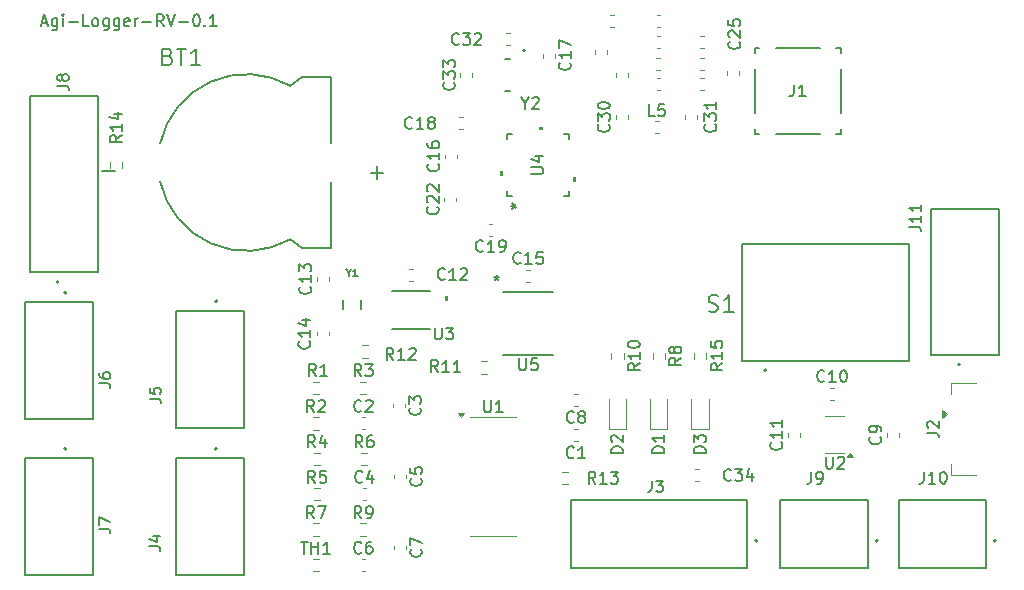
<source format=gbr>
%TF.GenerationSoftware,KiCad,Pcbnew,9.0.0*%
%TF.CreationDate,2025-11-11T18:57:33-05:00*%
%TF.ProjectId,Agi_WSN,4167695f-5753-44e2-9e6b-696361645f70,rev?*%
%TF.SameCoordinates,Original*%
%TF.FileFunction,Legend,Top*%
%TF.FilePolarity,Positive*%
%FSLAX46Y46*%
G04 Gerber Fmt 4.6, Leading zero omitted, Abs format (unit mm)*
G04 Created by KiCad (PCBNEW 9.0.0) date 2025-11-11 18:57:33*
%MOMM*%
%LPD*%
G01*
G04 APERTURE LIST*
%ADD10C,0.150000*%
%ADD11C,0.120000*%
%ADD12C,0.127000*%
%ADD13C,0.200000*%
%ADD14C,0.152400*%
%ADD15C,0.000000*%
G04 APERTURE END LIST*
D10*
X80248360Y-79187704D02*
X80724550Y-79187704D01*
X80153122Y-79473419D02*
X80486455Y-78473419D01*
X80486455Y-78473419D02*
X80819788Y-79473419D01*
X81581693Y-78806752D02*
X81581693Y-79616276D01*
X81581693Y-79616276D02*
X81534074Y-79711514D01*
X81534074Y-79711514D02*
X81486455Y-79759133D01*
X81486455Y-79759133D02*
X81391217Y-79806752D01*
X81391217Y-79806752D02*
X81248360Y-79806752D01*
X81248360Y-79806752D02*
X81153122Y-79759133D01*
X81581693Y-79425800D02*
X81486455Y-79473419D01*
X81486455Y-79473419D02*
X81295979Y-79473419D01*
X81295979Y-79473419D02*
X81200741Y-79425800D01*
X81200741Y-79425800D02*
X81153122Y-79378180D01*
X81153122Y-79378180D02*
X81105503Y-79282942D01*
X81105503Y-79282942D02*
X81105503Y-78997228D01*
X81105503Y-78997228D02*
X81153122Y-78901990D01*
X81153122Y-78901990D02*
X81200741Y-78854371D01*
X81200741Y-78854371D02*
X81295979Y-78806752D01*
X81295979Y-78806752D02*
X81486455Y-78806752D01*
X81486455Y-78806752D02*
X81581693Y-78854371D01*
X82057884Y-79473419D02*
X82057884Y-78806752D01*
X82057884Y-78473419D02*
X82010265Y-78521038D01*
X82010265Y-78521038D02*
X82057884Y-78568657D01*
X82057884Y-78568657D02*
X82105503Y-78521038D01*
X82105503Y-78521038D02*
X82057884Y-78473419D01*
X82057884Y-78473419D02*
X82057884Y-78568657D01*
X82534074Y-79092466D02*
X83295979Y-79092466D01*
X84248359Y-79473419D02*
X83772169Y-79473419D01*
X83772169Y-79473419D02*
X83772169Y-78473419D01*
X84724550Y-79473419D02*
X84629312Y-79425800D01*
X84629312Y-79425800D02*
X84581693Y-79378180D01*
X84581693Y-79378180D02*
X84534074Y-79282942D01*
X84534074Y-79282942D02*
X84534074Y-78997228D01*
X84534074Y-78997228D02*
X84581693Y-78901990D01*
X84581693Y-78901990D02*
X84629312Y-78854371D01*
X84629312Y-78854371D02*
X84724550Y-78806752D01*
X84724550Y-78806752D02*
X84867407Y-78806752D01*
X84867407Y-78806752D02*
X84962645Y-78854371D01*
X84962645Y-78854371D02*
X85010264Y-78901990D01*
X85010264Y-78901990D02*
X85057883Y-78997228D01*
X85057883Y-78997228D02*
X85057883Y-79282942D01*
X85057883Y-79282942D02*
X85010264Y-79378180D01*
X85010264Y-79378180D02*
X84962645Y-79425800D01*
X84962645Y-79425800D02*
X84867407Y-79473419D01*
X84867407Y-79473419D02*
X84724550Y-79473419D01*
X85915026Y-78806752D02*
X85915026Y-79616276D01*
X85915026Y-79616276D02*
X85867407Y-79711514D01*
X85867407Y-79711514D02*
X85819788Y-79759133D01*
X85819788Y-79759133D02*
X85724550Y-79806752D01*
X85724550Y-79806752D02*
X85581693Y-79806752D01*
X85581693Y-79806752D02*
X85486455Y-79759133D01*
X85915026Y-79425800D02*
X85819788Y-79473419D01*
X85819788Y-79473419D02*
X85629312Y-79473419D01*
X85629312Y-79473419D02*
X85534074Y-79425800D01*
X85534074Y-79425800D02*
X85486455Y-79378180D01*
X85486455Y-79378180D02*
X85438836Y-79282942D01*
X85438836Y-79282942D02*
X85438836Y-78997228D01*
X85438836Y-78997228D02*
X85486455Y-78901990D01*
X85486455Y-78901990D02*
X85534074Y-78854371D01*
X85534074Y-78854371D02*
X85629312Y-78806752D01*
X85629312Y-78806752D02*
X85819788Y-78806752D01*
X85819788Y-78806752D02*
X85915026Y-78854371D01*
X86819788Y-78806752D02*
X86819788Y-79616276D01*
X86819788Y-79616276D02*
X86772169Y-79711514D01*
X86772169Y-79711514D02*
X86724550Y-79759133D01*
X86724550Y-79759133D02*
X86629312Y-79806752D01*
X86629312Y-79806752D02*
X86486455Y-79806752D01*
X86486455Y-79806752D02*
X86391217Y-79759133D01*
X86819788Y-79425800D02*
X86724550Y-79473419D01*
X86724550Y-79473419D02*
X86534074Y-79473419D01*
X86534074Y-79473419D02*
X86438836Y-79425800D01*
X86438836Y-79425800D02*
X86391217Y-79378180D01*
X86391217Y-79378180D02*
X86343598Y-79282942D01*
X86343598Y-79282942D02*
X86343598Y-78997228D01*
X86343598Y-78997228D02*
X86391217Y-78901990D01*
X86391217Y-78901990D02*
X86438836Y-78854371D01*
X86438836Y-78854371D02*
X86534074Y-78806752D01*
X86534074Y-78806752D02*
X86724550Y-78806752D01*
X86724550Y-78806752D02*
X86819788Y-78854371D01*
X87676931Y-79425800D02*
X87581693Y-79473419D01*
X87581693Y-79473419D02*
X87391217Y-79473419D01*
X87391217Y-79473419D02*
X87295979Y-79425800D01*
X87295979Y-79425800D02*
X87248360Y-79330561D01*
X87248360Y-79330561D02*
X87248360Y-78949609D01*
X87248360Y-78949609D02*
X87295979Y-78854371D01*
X87295979Y-78854371D02*
X87391217Y-78806752D01*
X87391217Y-78806752D02*
X87581693Y-78806752D01*
X87581693Y-78806752D02*
X87676931Y-78854371D01*
X87676931Y-78854371D02*
X87724550Y-78949609D01*
X87724550Y-78949609D02*
X87724550Y-79044847D01*
X87724550Y-79044847D02*
X87248360Y-79140085D01*
X88153122Y-79473419D02*
X88153122Y-78806752D01*
X88153122Y-78997228D02*
X88200741Y-78901990D01*
X88200741Y-78901990D02*
X88248360Y-78854371D01*
X88248360Y-78854371D02*
X88343598Y-78806752D01*
X88343598Y-78806752D02*
X88438836Y-78806752D01*
X88772170Y-79092466D02*
X89534075Y-79092466D01*
X90581693Y-79473419D02*
X90248360Y-78997228D01*
X90010265Y-79473419D02*
X90010265Y-78473419D01*
X90010265Y-78473419D02*
X90391217Y-78473419D01*
X90391217Y-78473419D02*
X90486455Y-78521038D01*
X90486455Y-78521038D02*
X90534074Y-78568657D01*
X90534074Y-78568657D02*
X90581693Y-78663895D01*
X90581693Y-78663895D02*
X90581693Y-78806752D01*
X90581693Y-78806752D02*
X90534074Y-78901990D01*
X90534074Y-78901990D02*
X90486455Y-78949609D01*
X90486455Y-78949609D02*
X90391217Y-78997228D01*
X90391217Y-78997228D02*
X90010265Y-78997228D01*
X90867408Y-78473419D02*
X91200741Y-79473419D01*
X91200741Y-79473419D02*
X91534074Y-78473419D01*
X91867408Y-79092466D02*
X92629313Y-79092466D01*
X93295979Y-78473419D02*
X93391217Y-78473419D01*
X93391217Y-78473419D02*
X93486455Y-78521038D01*
X93486455Y-78521038D02*
X93534074Y-78568657D01*
X93534074Y-78568657D02*
X93581693Y-78663895D01*
X93581693Y-78663895D02*
X93629312Y-78854371D01*
X93629312Y-78854371D02*
X93629312Y-79092466D01*
X93629312Y-79092466D02*
X93581693Y-79282942D01*
X93581693Y-79282942D02*
X93534074Y-79378180D01*
X93534074Y-79378180D02*
X93486455Y-79425800D01*
X93486455Y-79425800D02*
X93391217Y-79473419D01*
X93391217Y-79473419D02*
X93295979Y-79473419D01*
X93295979Y-79473419D02*
X93200741Y-79425800D01*
X93200741Y-79425800D02*
X93153122Y-79378180D01*
X93153122Y-79378180D02*
X93105503Y-79282942D01*
X93105503Y-79282942D02*
X93057884Y-79092466D01*
X93057884Y-79092466D02*
X93057884Y-78854371D01*
X93057884Y-78854371D02*
X93105503Y-78663895D01*
X93105503Y-78663895D02*
X93153122Y-78568657D01*
X93153122Y-78568657D02*
X93200741Y-78521038D01*
X93200741Y-78521038D02*
X93295979Y-78473419D01*
X94057884Y-79378180D02*
X94105503Y-79425800D01*
X94105503Y-79425800D02*
X94057884Y-79473419D01*
X94057884Y-79473419D02*
X94010265Y-79425800D01*
X94010265Y-79425800D02*
X94057884Y-79378180D01*
X94057884Y-79378180D02*
X94057884Y-79473419D01*
X95057883Y-79473419D02*
X94486455Y-79473419D01*
X94772169Y-79473419D02*
X94772169Y-78473419D01*
X94772169Y-78473419D02*
X94676931Y-78616276D01*
X94676931Y-78616276D02*
X94581693Y-78711514D01*
X94581693Y-78711514D02*
X94486455Y-78759133D01*
X137265580Y-87791357D02*
X137313200Y-87838976D01*
X137313200Y-87838976D02*
X137360819Y-87981833D01*
X137360819Y-87981833D02*
X137360819Y-88077071D01*
X137360819Y-88077071D02*
X137313200Y-88219928D01*
X137313200Y-88219928D02*
X137217961Y-88315166D01*
X137217961Y-88315166D02*
X137122723Y-88362785D01*
X137122723Y-88362785D02*
X136932247Y-88410404D01*
X136932247Y-88410404D02*
X136789390Y-88410404D01*
X136789390Y-88410404D02*
X136598914Y-88362785D01*
X136598914Y-88362785D02*
X136503676Y-88315166D01*
X136503676Y-88315166D02*
X136408438Y-88219928D01*
X136408438Y-88219928D02*
X136360819Y-88077071D01*
X136360819Y-88077071D02*
X136360819Y-87981833D01*
X136360819Y-87981833D02*
X136408438Y-87838976D01*
X136408438Y-87838976D02*
X136456057Y-87791357D01*
X136360819Y-87458023D02*
X136360819Y-86838976D01*
X136360819Y-86838976D02*
X136741771Y-87172309D01*
X136741771Y-87172309D02*
X136741771Y-87029452D01*
X136741771Y-87029452D02*
X136789390Y-86934214D01*
X136789390Y-86934214D02*
X136837009Y-86886595D01*
X136837009Y-86886595D02*
X136932247Y-86838976D01*
X136932247Y-86838976D02*
X137170342Y-86838976D01*
X137170342Y-86838976D02*
X137265580Y-86886595D01*
X137265580Y-86886595D02*
X137313200Y-86934214D01*
X137313200Y-86934214D02*
X137360819Y-87029452D01*
X137360819Y-87029452D02*
X137360819Y-87315166D01*
X137360819Y-87315166D02*
X137313200Y-87410404D01*
X137313200Y-87410404D02*
X137265580Y-87458023D01*
X137360819Y-85886595D02*
X137360819Y-86458023D01*
X137360819Y-86172309D02*
X136360819Y-86172309D01*
X136360819Y-86172309D02*
X136503676Y-86267547D01*
X136503676Y-86267547D02*
X136598914Y-86362785D01*
X136598914Y-86362785D02*
X136646533Y-86458023D01*
X128248580Y-87791357D02*
X128296200Y-87838976D01*
X128296200Y-87838976D02*
X128343819Y-87981833D01*
X128343819Y-87981833D02*
X128343819Y-88077071D01*
X128343819Y-88077071D02*
X128296200Y-88219928D01*
X128296200Y-88219928D02*
X128200961Y-88315166D01*
X128200961Y-88315166D02*
X128105723Y-88362785D01*
X128105723Y-88362785D02*
X127915247Y-88410404D01*
X127915247Y-88410404D02*
X127772390Y-88410404D01*
X127772390Y-88410404D02*
X127581914Y-88362785D01*
X127581914Y-88362785D02*
X127486676Y-88315166D01*
X127486676Y-88315166D02*
X127391438Y-88219928D01*
X127391438Y-88219928D02*
X127343819Y-88077071D01*
X127343819Y-88077071D02*
X127343819Y-87981833D01*
X127343819Y-87981833D02*
X127391438Y-87838976D01*
X127391438Y-87838976D02*
X127439057Y-87791357D01*
X127343819Y-87458023D02*
X127343819Y-86838976D01*
X127343819Y-86838976D02*
X127724771Y-87172309D01*
X127724771Y-87172309D02*
X127724771Y-87029452D01*
X127724771Y-87029452D02*
X127772390Y-86934214D01*
X127772390Y-86934214D02*
X127820009Y-86886595D01*
X127820009Y-86886595D02*
X127915247Y-86838976D01*
X127915247Y-86838976D02*
X128153342Y-86838976D01*
X128153342Y-86838976D02*
X128248580Y-86886595D01*
X128248580Y-86886595D02*
X128296200Y-86934214D01*
X128296200Y-86934214D02*
X128343819Y-87029452D01*
X128343819Y-87029452D02*
X128343819Y-87315166D01*
X128343819Y-87315166D02*
X128296200Y-87410404D01*
X128296200Y-87410404D02*
X128248580Y-87458023D01*
X127343819Y-86219928D02*
X127343819Y-86124690D01*
X127343819Y-86124690D02*
X127391438Y-86029452D01*
X127391438Y-86029452D02*
X127439057Y-85981833D01*
X127439057Y-85981833D02*
X127534295Y-85934214D01*
X127534295Y-85934214D02*
X127724771Y-85886595D01*
X127724771Y-85886595D02*
X127962866Y-85886595D01*
X127962866Y-85886595D02*
X128153342Y-85934214D01*
X128153342Y-85934214D02*
X128248580Y-85981833D01*
X128248580Y-85981833D02*
X128296200Y-86029452D01*
X128296200Y-86029452D02*
X128343819Y-86124690D01*
X128343819Y-86124690D02*
X128343819Y-86219928D01*
X128343819Y-86219928D02*
X128296200Y-86315166D01*
X128296200Y-86315166D02*
X128248580Y-86362785D01*
X128248580Y-86362785D02*
X128153342Y-86410404D01*
X128153342Y-86410404D02*
X127962866Y-86458023D01*
X127962866Y-86458023D02*
X127724771Y-86458023D01*
X127724771Y-86458023D02*
X127534295Y-86410404D01*
X127534295Y-86410404D02*
X127439057Y-86362785D01*
X127439057Y-86362785D02*
X127391438Y-86315166D01*
X127391438Y-86315166D02*
X127343819Y-86219928D01*
X132167333Y-87095319D02*
X131691143Y-87095319D01*
X131691143Y-87095319D02*
X131691143Y-86095319D01*
X132976857Y-86095319D02*
X132500667Y-86095319D01*
X132500667Y-86095319D02*
X132453048Y-86571509D01*
X132453048Y-86571509D02*
X132500667Y-86523890D01*
X132500667Y-86523890D02*
X132595905Y-86476271D01*
X132595905Y-86476271D02*
X132834000Y-86476271D01*
X132834000Y-86476271D02*
X132929238Y-86523890D01*
X132929238Y-86523890D02*
X132976857Y-86571509D01*
X132976857Y-86571509D02*
X133024476Y-86666747D01*
X133024476Y-86666747D02*
X133024476Y-86904842D01*
X133024476Y-86904842D02*
X132976857Y-87000080D01*
X132976857Y-87000080D02*
X132929238Y-87047700D01*
X132929238Y-87047700D02*
X132834000Y-87095319D01*
X132834000Y-87095319D02*
X132595905Y-87095319D01*
X132595905Y-87095319D02*
X132500667Y-87047700D01*
X132500667Y-87047700D02*
X132453048Y-87000080D01*
X113759580Y-94762857D02*
X113807200Y-94810476D01*
X113807200Y-94810476D02*
X113854819Y-94953333D01*
X113854819Y-94953333D02*
X113854819Y-95048571D01*
X113854819Y-95048571D02*
X113807200Y-95191428D01*
X113807200Y-95191428D02*
X113711961Y-95286666D01*
X113711961Y-95286666D02*
X113616723Y-95334285D01*
X113616723Y-95334285D02*
X113426247Y-95381904D01*
X113426247Y-95381904D02*
X113283390Y-95381904D01*
X113283390Y-95381904D02*
X113092914Y-95334285D01*
X113092914Y-95334285D02*
X112997676Y-95286666D01*
X112997676Y-95286666D02*
X112902438Y-95191428D01*
X112902438Y-95191428D02*
X112854819Y-95048571D01*
X112854819Y-95048571D02*
X112854819Y-94953333D01*
X112854819Y-94953333D02*
X112902438Y-94810476D01*
X112902438Y-94810476D02*
X112950057Y-94762857D01*
X112950057Y-94381904D02*
X112902438Y-94334285D01*
X112902438Y-94334285D02*
X112854819Y-94239047D01*
X112854819Y-94239047D02*
X112854819Y-94000952D01*
X112854819Y-94000952D02*
X112902438Y-93905714D01*
X112902438Y-93905714D02*
X112950057Y-93858095D01*
X112950057Y-93858095D02*
X113045295Y-93810476D01*
X113045295Y-93810476D02*
X113140533Y-93810476D01*
X113140533Y-93810476D02*
X113283390Y-93858095D01*
X113283390Y-93858095D02*
X113854819Y-94429523D01*
X113854819Y-94429523D02*
X113854819Y-93810476D01*
X112950057Y-93429523D02*
X112902438Y-93381904D01*
X112902438Y-93381904D02*
X112854819Y-93286666D01*
X112854819Y-93286666D02*
X112854819Y-93048571D01*
X112854819Y-93048571D02*
X112902438Y-92953333D01*
X112902438Y-92953333D02*
X112950057Y-92905714D01*
X112950057Y-92905714D02*
X113045295Y-92858095D01*
X113045295Y-92858095D02*
X113140533Y-92858095D01*
X113140533Y-92858095D02*
X113283390Y-92905714D01*
X113283390Y-92905714D02*
X113854819Y-93477142D01*
X113854819Y-93477142D02*
X113854819Y-92858095D01*
X124946580Y-82562857D02*
X124994200Y-82610476D01*
X124994200Y-82610476D02*
X125041819Y-82753333D01*
X125041819Y-82753333D02*
X125041819Y-82848571D01*
X125041819Y-82848571D02*
X124994200Y-82991428D01*
X124994200Y-82991428D02*
X124898961Y-83086666D01*
X124898961Y-83086666D02*
X124803723Y-83134285D01*
X124803723Y-83134285D02*
X124613247Y-83181904D01*
X124613247Y-83181904D02*
X124470390Y-83181904D01*
X124470390Y-83181904D02*
X124279914Y-83134285D01*
X124279914Y-83134285D02*
X124184676Y-83086666D01*
X124184676Y-83086666D02*
X124089438Y-82991428D01*
X124089438Y-82991428D02*
X124041819Y-82848571D01*
X124041819Y-82848571D02*
X124041819Y-82753333D01*
X124041819Y-82753333D02*
X124089438Y-82610476D01*
X124089438Y-82610476D02*
X124137057Y-82562857D01*
X125041819Y-81610476D02*
X125041819Y-82181904D01*
X125041819Y-81896190D02*
X124041819Y-81896190D01*
X124041819Y-81896190D02*
X124184676Y-81991428D01*
X124184676Y-81991428D02*
X124279914Y-82086666D01*
X124279914Y-82086666D02*
X124327533Y-82181904D01*
X124041819Y-81277142D02*
X124041819Y-80610476D01*
X124041819Y-80610476D02*
X125041819Y-81039047D01*
X115144580Y-84232857D02*
X115192200Y-84280476D01*
X115192200Y-84280476D02*
X115239819Y-84423333D01*
X115239819Y-84423333D02*
X115239819Y-84518571D01*
X115239819Y-84518571D02*
X115192200Y-84661428D01*
X115192200Y-84661428D02*
X115096961Y-84756666D01*
X115096961Y-84756666D02*
X115001723Y-84804285D01*
X115001723Y-84804285D02*
X114811247Y-84851904D01*
X114811247Y-84851904D02*
X114668390Y-84851904D01*
X114668390Y-84851904D02*
X114477914Y-84804285D01*
X114477914Y-84804285D02*
X114382676Y-84756666D01*
X114382676Y-84756666D02*
X114287438Y-84661428D01*
X114287438Y-84661428D02*
X114239819Y-84518571D01*
X114239819Y-84518571D02*
X114239819Y-84423333D01*
X114239819Y-84423333D02*
X114287438Y-84280476D01*
X114287438Y-84280476D02*
X114335057Y-84232857D01*
X114239819Y-83899523D02*
X114239819Y-83280476D01*
X114239819Y-83280476D02*
X114620771Y-83613809D01*
X114620771Y-83613809D02*
X114620771Y-83470952D01*
X114620771Y-83470952D02*
X114668390Y-83375714D01*
X114668390Y-83375714D02*
X114716009Y-83328095D01*
X114716009Y-83328095D02*
X114811247Y-83280476D01*
X114811247Y-83280476D02*
X115049342Y-83280476D01*
X115049342Y-83280476D02*
X115144580Y-83328095D01*
X115144580Y-83328095D02*
X115192200Y-83375714D01*
X115192200Y-83375714D02*
X115239819Y-83470952D01*
X115239819Y-83470952D02*
X115239819Y-83756666D01*
X115239819Y-83756666D02*
X115192200Y-83851904D01*
X115192200Y-83851904D02*
X115144580Y-83899523D01*
X114239819Y-82947142D02*
X114239819Y-82328095D01*
X114239819Y-82328095D02*
X114620771Y-82661428D01*
X114620771Y-82661428D02*
X114620771Y-82518571D01*
X114620771Y-82518571D02*
X114668390Y-82423333D01*
X114668390Y-82423333D02*
X114716009Y-82375714D01*
X114716009Y-82375714D02*
X114811247Y-82328095D01*
X114811247Y-82328095D02*
X115049342Y-82328095D01*
X115049342Y-82328095D02*
X115144580Y-82375714D01*
X115144580Y-82375714D02*
X115192200Y-82423333D01*
X115192200Y-82423333D02*
X115239819Y-82518571D01*
X115239819Y-82518571D02*
X115239819Y-82804285D01*
X115239819Y-82804285D02*
X115192200Y-82899523D01*
X115192200Y-82899523D02*
X115144580Y-82947142D01*
X115572142Y-80949580D02*
X115524523Y-80997200D01*
X115524523Y-80997200D02*
X115381666Y-81044819D01*
X115381666Y-81044819D02*
X115286428Y-81044819D01*
X115286428Y-81044819D02*
X115143571Y-80997200D01*
X115143571Y-80997200D02*
X115048333Y-80901961D01*
X115048333Y-80901961D02*
X115000714Y-80806723D01*
X115000714Y-80806723D02*
X114953095Y-80616247D01*
X114953095Y-80616247D02*
X114953095Y-80473390D01*
X114953095Y-80473390D02*
X115000714Y-80282914D01*
X115000714Y-80282914D02*
X115048333Y-80187676D01*
X115048333Y-80187676D02*
X115143571Y-80092438D01*
X115143571Y-80092438D02*
X115286428Y-80044819D01*
X115286428Y-80044819D02*
X115381666Y-80044819D01*
X115381666Y-80044819D02*
X115524523Y-80092438D01*
X115524523Y-80092438D02*
X115572142Y-80140057D01*
X115905476Y-80044819D02*
X116524523Y-80044819D01*
X116524523Y-80044819D02*
X116191190Y-80425771D01*
X116191190Y-80425771D02*
X116334047Y-80425771D01*
X116334047Y-80425771D02*
X116429285Y-80473390D01*
X116429285Y-80473390D02*
X116476904Y-80521009D01*
X116476904Y-80521009D02*
X116524523Y-80616247D01*
X116524523Y-80616247D02*
X116524523Y-80854342D01*
X116524523Y-80854342D02*
X116476904Y-80949580D01*
X116476904Y-80949580D02*
X116429285Y-80997200D01*
X116429285Y-80997200D02*
X116334047Y-81044819D01*
X116334047Y-81044819D02*
X116048333Y-81044819D01*
X116048333Y-81044819D02*
X115953095Y-80997200D01*
X115953095Y-80997200D02*
X115905476Y-80949580D01*
X116905476Y-80140057D02*
X116953095Y-80092438D01*
X116953095Y-80092438D02*
X117048333Y-80044819D01*
X117048333Y-80044819D02*
X117286428Y-80044819D01*
X117286428Y-80044819D02*
X117381666Y-80092438D01*
X117381666Y-80092438D02*
X117429285Y-80140057D01*
X117429285Y-80140057D02*
X117476904Y-80235295D01*
X117476904Y-80235295D02*
X117476904Y-80330533D01*
X117476904Y-80330533D02*
X117429285Y-80473390D01*
X117429285Y-80473390D02*
X116857857Y-81044819D01*
X116857857Y-81044819D02*
X117476904Y-81044819D01*
X121163809Y-85988628D02*
X121163809Y-86464819D01*
X120830476Y-85464819D02*
X121163809Y-85988628D01*
X121163809Y-85988628D02*
X121497142Y-85464819D01*
X121782857Y-85560057D02*
X121830476Y-85512438D01*
X121830476Y-85512438D02*
X121925714Y-85464819D01*
X121925714Y-85464819D02*
X122163809Y-85464819D01*
X122163809Y-85464819D02*
X122259047Y-85512438D01*
X122259047Y-85512438D02*
X122306666Y-85560057D01*
X122306666Y-85560057D02*
X122354285Y-85655295D01*
X122354285Y-85655295D02*
X122354285Y-85750533D01*
X122354285Y-85750533D02*
X122306666Y-85893390D01*
X122306666Y-85893390D02*
X121735238Y-86464819D01*
X121735238Y-86464819D02*
X122354285Y-86464819D01*
X137884819Y-108017857D02*
X137408628Y-108351190D01*
X137884819Y-108589285D02*
X136884819Y-108589285D01*
X136884819Y-108589285D02*
X136884819Y-108208333D01*
X136884819Y-108208333D02*
X136932438Y-108113095D01*
X136932438Y-108113095D02*
X136980057Y-108065476D01*
X136980057Y-108065476D02*
X137075295Y-108017857D01*
X137075295Y-108017857D02*
X137218152Y-108017857D01*
X137218152Y-108017857D02*
X137313390Y-108065476D01*
X137313390Y-108065476D02*
X137361009Y-108113095D01*
X137361009Y-108113095D02*
X137408628Y-108208333D01*
X137408628Y-108208333D02*
X137408628Y-108589285D01*
X137884819Y-107065476D02*
X137884819Y-107636904D01*
X137884819Y-107351190D02*
X136884819Y-107351190D01*
X136884819Y-107351190D02*
X137027676Y-107446428D01*
X137027676Y-107446428D02*
X137122914Y-107541666D01*
X137122914Y-107541666D02*
X137170533Y-107636904D01*
X136884819Y-106160714D02*
X136884819Y-106636904D01*
X136884819Y-106636904D02*
X137361009Y-106684523D01*
X137361009Y-106684523D02*
X137313390Y-106636904D01*
X137313390Y-106636904D02*
X137265771Y-106541666D01*
X137265771Y-106541666D02*
X137265771Y-106303571D01*
X137265771Y-106303571D02*
X137313390Y-106208333D01*
X137313390Y-106208333D02*
X137361009Y-106160714D01*
X137361009Y-106160714D02*
X137456247Y-106113095D01*
X137456247Y-106113095D02*
X137694342Y-106113095D01*
X137694342Y-106113095D02*
X137789580Y-106160714D01*
X137789580Y-106160714D02*
X137837200Y-106208333D01*
X137837200Y-106208333D02*
X137884819Y-106303571D01*
X137884819Y-106303571D02*
X137884819Y-106541666D01*
X137884819Y-106541666D02*
X137837200Y-106636904D01*
X137837200Y-106636904D02*
X137789580Y-106684523D01*
X136454819Y-115613094D02*
X135454819Y-115613094D01*
X135454819Y-115613094D02*
X135454819Y-115374999D01*
X135454819Y-115374999D02*
X135502438Y-115232142D01*
X135502438Y-115232142D02*
X135597676Y-115136904D01*
X135597676Y-115136904D02*
X135692914Y-115089285D01*
X135692914Y-115089285D02*
X135883390Y-115041666D01*
X135883390Y-115041666D02*
X136026247Y-115041666D01*
X136026247Y-115041666D02*
X136216723Y-115089285D01*
X136216723Y-115089285D02*
X136311961Y-115136904D01*
X136311961Y-115136904D02*
X136407200Y-115232142D01*
X136407200Y-115232142D02*
X136454819Y-115374999D01*
X136454819Y-115374999D02*
X136454819Y-115613094D01*
X135454819Y-114708332D02*
X135454819Y-114089285D01*
X135454819Y-114089285D02*
X135835771Y-114422618D01*
X135835771Y-114422618D02*
X135835771Y-114279761D01*
X135835771Y-114279761D02*
X135883390Y-114184523D01*
X135883390Y-114184523D02*
X135931009Y-114136904D01*
X135931009Y-114136904D02*
X136026247Y-114089285D01*
X136026247Y-114089285D02*
X136264342Y-114089285D01*
X136264342Y-114089285D02*
X136359580Y-114136904D01*
X136359580Y-114136904D02*
X136407200Y-114184523D01*
X136407200Y-114184523D02*
X136454819Y-114279761D01*
X136454819Y-114279761D02*
X136454819Y-114565475D01*
X136454819Y-114565475D02*
X136407200Y-114660713D01*
X136407200Y-114660713D02*
X136359580Y-114708332D01*
X120678095Y-107594819D02*
X120678095Y-108404342D01*
X120678095Y-108404342D02*
X120725714Y-108499580D01*
X120725714Y-108499580D02*
X120773333Y-108547200D01*
X120773333Y-108547200D02*
X120868571Y-108594819D01*
X120868571Y-108594819D02*
X121059047Y-108594819D01*
X121059047Y-108594819D02*
X121154285Y-108547200D01*
X121154285Y-108547200D02*
X121201904Y-108499580D01*
X121201904Y-108499580D02*
X121249523Y-108404342D01*
X121249523Y-108404342D02*
X121249523Y-107594819D01*
X122201904Y-107594819D02*
X121725714Y-107594819D01*
X121725714Y-107594819D02*
X121678095Y-108071009D01*
X121678095Y-108071009D02*
X121725714Y-108023390D01*
X121725714Y-108023390D02*
X121820952Y-107975771D01*
X121820952Y-107975771D02*
X122059047Y-107975771D01*
X122059047Y-107975771D02*
X122154285Y-108023390D01*
X122154285Y-108023390D02*
X122201904Y-108071009D01*
X122201904Y-108071009D02*
X122249523Y-108166247D01*
X122249523Y-108166247D02*
X122249523Y-108404342D01*
X122249523Y-108404342D02*
X122201904Y-108499580D01*
X122201904Y-108499580D02*
X122154285Y-108547200D01*
X122154285Y-108547200D02*
X122059047Y-108594819D01*
X122059047Y-108594819D02*
X121820952Y-108594819D01*
X121820952Y-108594819D02*
X121725714Y-108547200D01*
X121725714Y-108547200D02*
X121678095Y-108499580D01*
X118773000Y-100564219D02*
X118773000Y-100802314D01*
X118534905Y-100707076D02*
X118773000Y-100802314D01*
X118773000Y-100802314D02*
X119011095Y-100707076D01*
X118630143Y-100992790D02*
X118773000Y-100802314D01*
X118773000Y-100802314D02*
X118915857Y-100992790D01*
X118773000Y-100564219D02*
X118773000Y-100802314D01*
X118534905Y-100707076D02*
X118773000Y-100802314D01*
X118773000Y-100802314D02*
X119011095Y-100707076D01*
X118630143Y-100992790D02*
X118773000Y-100802314D01*
X118773000Y-100802314D02*
X118915857Y-100992790D01*
X106228338Y-100343514D02*
X106228338Y-100648276D01*
X106015005Y-100008276D02*
X106228338Y-100343514D01*
X106228338Y-100343514D02*
X106441672Y-100008276D01*
X106990243Y-100648276D02*
X106624528Y-100648276D01*
X106807385Y-100648276D02*
X106807385Y-100008276D01*
X106807385Y-100008276D02*
X106746433Y-100099704D01*
X106746433Y-100099704D02*
X106685481Y-100160657D01*
X106685481Y-100160657D02*
X106624528Y-100191133D01*
X121714319Y-91961904D02*
X122523842Y-91961904D01*
X122523842Y-91961904D02*
X122619080Y-91914285D01*
X122619080Y-91914285D02*
X122666700Y-91866666D01*
X122666700Y-91866666D02*
X122714319Y-91771428D01*
X122714319Y-91771428D02*
X122714319Y-91580952D01*
X122714319Y-91580952D02*
X122666700Y-91485714D01*
X122666700Y-91485714D02*
X122619080Y-91438095D01*
X122619080Y-91438095D02*
X122523842Y-91390476D01*
X122523842Y-91390476D02*
X121714319Y-91390476D01*
X122047652Y-90485714D02*
X122714319Y-90485714D01*
X121666700Y-90723809D02*
X122380985Y-90961904D01*
X122380985Y-90961904D02*
X122380985Y-90342857D01*
X119964319Y-94692499D02*
X120202414Y-94692499D01*
X120107176Y-94930594D02*
X120202414Y-94692499D01*
X120202414Y-94692499D02*
X120107176Y-94454404D01*
X120392890Y-94835356D02*
X120202414Y-94692499D01*
X120202414Y-94692499D02*
X120392890Y-94549642D01*
X119964319Y-94692499D02*
X120202414Y-94692499D01*
X120107176Y-94930594D02*
X120202414Y-94692499D01*
X120202414Y-94692499D02*
X120107176Y-94454404D01*
X120392890Y-94835356D02*
X120202414Y-94692499D01*
X120202414Y-94692499D02*
X120392890Y-94549642D01*
X113538095Y-104994819D02*
X113538095Y-105804342D01*
X113538095Y-105804342D02*
X113585714Y-105899580D01*
X113585714Y-105899580D02*
X113633333Y-105947200D01*
X113633333Y-105947200D02*
X113728571Y-105994819D01*
X113728571Y-105994819D02*
X113919047Y-105994819D01*
X113919047Y-105994819D02*
X114014285Y-105947200D01*
X114014285Y-105947200D02*
X114061904Y-105899580D01*
X114061904Y-105899580D02*
X114109523Y-105804342D01*
X114109523Y-105804342D02*
X114109523Y-104994819D01*
X114490476Y-104994819D02*
X115109523Y-104994819D01*
X115109523Y-104994819D02*
X114776190Y-105375771D01*
X114776190Y-105375771D02*
X114919047Y-105375771D01*
X114919047Y-105375771D02*
X115014285Y-105423390D01*
X115014285Y-105423390D02*
X115061904Y-105471009D01*
X115061904Y-105471009D02*
X115109523Y-105566247D01*
X115109523Y-105566247D02*
X115109523Y-105804342D01*
X115109523Y-105804342D02*
X115061904Y-105899580D01*
X115061904Y-105899580D02*
X115014285Y-105947200D01*
X115014285Y-105947200D02*
X114919047Y-105994819D01*
X114919047Y-105994819D02*
X114633333Y-105994819D01*
X114633333Y-105994819D02*
X114538095Y-105947200D01*
X114538095Y-105947200D02*
X114490476Y-105899580D01*
X146650595Y-115924819D02*
X146650595Y-116734342D01*
X146650595Y-116734342D02*
X146698214Y-116829580D01*
X146698214Y-116829580D02*
X146745833Y-116877200D01*
X146745833Y-116877200D02*
X146841071Y-116924819D01*
X146841071Y-116924819D02*
X147031547Y-116924819D01*
X147031547Y-116924819D02*
X147126785Y-116877200D01*
X147126785Y-116877200D02*
X147174404Y-116829580D01*
X147174404Y-116829580D02*
X147222023Y-116734342D01*
X147222023Y-116734342D02*
X147222023Y-115924819D01*
X147650595Y-116020057D02*
X147698214Y-115972438D01*
X147698214Y-115972438D02*
X147793452Y-115924819D01*
X147793452Y-115924819D02*
X148031547Y-115924819D01*
X148031547Y-115924819D02*
X148126785Y-115972438D01*
X148126785Y-115972438D02*
X148174404Y-116020057D01*
X148174404Y-116020057D02*
X148222023Y-116115295D01*
X148222023Y-116115295D02*
X148222023Y-116210533D01*
X148222023Y-116210533D02*
X148174404Y-116353390D01*
X148174404Y-116353390D02*
X147602976Y-116924819D01*
X147602976Y-116924819D02*
X148222023Y-116924819D01*
X117713095Y-111149819D02*
X117713095Y-111959342D01*
X117713095Y-111959342D02*
X117760714Y-112054580D01*
X117760714Y-112054580D02*
X117808333Y-112102200D01*
X117808333Y-112102200D02*
X117903571Y-112149819D01*
X117903571Y-112149819D02*
X118094047Y-112149819D01*
X118094047Y-112149819D02*
X118189285Y-112102200D01*
X118189285Y-112102200D02*
X118236904Y-112054580D01*
X118236904Y-112054580D02*
X118284523Y-111959342D01*
X118284523Y-111959342D02*
X118284523Y-111149819D01*
X119284523Y-112149819D02*
X118713095Y-112149819D01*
X118998809Y-112149819D02*
X118998809Y-111149819D01*
X118998809Y-111149819D02*
X118903571Y-111292676D01*
X118903571Y-111292676D02*
X118808333Y-111387914D01*
X118808333Y-111387914D02*
X118713095Y-111435533D01*
X102189286Y-123119819D02*
X102760714Y-123119819D01*
X102475000Y-124119819D02*
X102475000Y-123119819D01*
X103094048Y-124119819D02*
X103094048Y-123119819D01*
X103094048Y-123596009D02*
X103665476Y-123596009D01*
X103665476Y-124119819D02*
X103665476Y-123119819D01*
X104665476Y-124119819D02*
X104094048Y-124119819D01*
X104379762Y-124119819D02*
X104379762Y-123119819D01*
X104379762Y-123119819D02*
X104284524Y-123262676D01*
X104284524Y-123262676D02*
X104189286Y-123357914D01*
X104189286Y-123357914D02*
X104094048Y-123405533D01*
X136713333Y-103593200D02*
X136913333Y-103659866D01*
X136913333Y-103659866D02*
X137246667Y-103659866D01*
X137246667Y-103659866D02*
X137380000Y-103593200D01*
X137380000Y-103593200D02*
X137446667Y-103526533D01*
X137446667Y-103526533D02*
X137513333Y-103393200D01*
X137513333Y-103393200D02*
X137513333Y-103259866D01*
X137513333Y-103259866D02*
X137446667Y-103126533D01*
X137446667Y-103126533D02*
X137380000Y-103059866D01*
X137380000Y-103059866D02*
X137246667Y-102993200D01*
X137246667Y-102993200D02*
X136980000Y-102926533D01*
X136980000Y-102926533D02*
X136846667Y-102859866D01*
X136846667Y-102859866D02*
X136780000Y-102793200D01*
X136780000Y-102793200D02*
X136713333Y-102659866D01*
X136713333Y-102659866D02*
X136713333Y-102526533D01*
X136713333Y-102526533D02*
X136780000Y-102393200D01*
X136780000Y-102393200D02*
X136846667Y-102326533D01*
X136846667Y-102326533D02*
X136980000Y-102259866D01*
X136980000Y-102259866D02*
X137313333Y-102259866D01*
X137313333Y-102259866D02*
X137513333Y-102326533D01*
X138846666Y-103659866D02*
X138046666Y-103659866D01*
X138446666Y-103659866D02*
X138446666Y-102259866D01*
X138446666Y-102259866D02*
X138313333Y-102459866D01*
X138313333Y-102459866D02*
X138180000Y-102593200D01*
X138180000Y-102593200D02*
X138046666Y-102659866D01*
X87014819Y-88697857D02*
X86538628Y-89031190D01*
X87014819Y-89269285D02*
X86014819Y-89269285D01*
X86014819Y-89269285D02*
X86014819Y-88888333D01*
X86014819Y-88888333D02*
X86062438Y-88793095D01*
X86062438Y-88793095D02*
X86110057Y-88745476D01*
X86110057Y-88745476D02*
X86205295Y-88697857D01*
X86205295Y-88697857D02*
X86348152Y-88697857D01*
X86348152Y-88697857D02*
X86443390Y-88745476D01*
X86443390Y-88745476D02*
X86491009Y-88793095D01*
X86491009Y-88793095D02*
X86538628Y-88888333D01*
X86538628Y-88888333D02*
X86538628Y-89269285D01*
X87014819Y-87745476D02*
X87014819Y-88316904D01*
X87014819Y-88031190D02*
X86014819Y-88031190D01*
X86014819Y-88031190D02*
X86157676Y-88126428D01*
X86157676Y-88126428D02*
X86252914Y-88221666D01*
X86252914Y-88221666D02*
X86300533Y-88316904D01*
X86348152Y-86888333D02*
X87014819Y-86888333D01*
X85967200Y-87126428D02*
X86681485Y-87364523D01*
X86681485Y-87364523D02*
X86681485Y-86745476D01*
X127137142Y-118194819D02*
X126803809Y-117718628D01*
X126565714Y-118194819D02*
X126565714Y-117194819D01*
X126565714Y-117194819D02*
X126946666Y-117194819D01*
X126946666Y-117194819D02*
X127041904Y-117242438D01*
X127041904Y-117242438D02*
X127089523Y-117290057D01*
X127089523Y-117290057D02*
X127137142Y-117385295D01*
X127137142Y-117385295D02*
X127137142Y-117528152D01*
X127137142Y-117528152D02*
X127089523Y-117623390D01*
X127089523Y-117623390D02*
X127041904Y-117671009D01*
X127041904Y-117671009D02*
X126946666Y-117718628D01*
X126946666Y-117718628D02*
X126565714Y-117718628D01*
X128089523Y-118194819D02*
X127518095Y-118194819D01*
X127803809Y-118194819D02*
X127803809Y-117194819D01*
X127803809Y-117194819D02*
X127708571Y-117337676D01*
X127708571Y-117337676D02*
X127613333Y-117432914D01*
X127613333Y-117432914D02*
X127518095Y-117480533D01*
X128422857Y-117194819D02*
X129041904Y-117194819D01*
X129041904Y-117194819D02*
X128708571Y-117575771D01*
X128708571Y-117575771D02*
X128851428Y-117575771D01*
X128851428Y-117575771D02*
X128946666Y-117623390D01*
X128946666Y-117623390D02*
X128994285Y-117671009D01*
X128994285Y-117671009D02*
X129041904Y-117766247D01*
X129041904Y-117766247D02*
X129041904Y-118004342D01*
X129041904Y-118004342D02*
X128994285Y-118099580D01*
X128994285Y-118099580D02*
X128946666Y-118147200D01*
X128946666Y-118147200D02*
X128851428Y-118194819D01*
X128851428Y-118194819D02*
X128565714Y-118194819D01*
X128565714Y-118194819D02*
X128470476Y-118147200D01*
X128470476Y-118147200D02*
X128422857Y-118099580D01*
X110017142Y-107714819D02*
X109683809Y-107238628D01*
X109445714Y-107714819D02*
X109445714Y-106714819D01*
X109445714Y-106714819D02*
X109826666Y-106714819D01*
X109826666Y-106714819D02*
X109921904Y-106762438D01*
X109921904Y-106762438D02*
X109969523Y-106810057D01*
X109969523Y-106810057D02*
X110017142Y-106905295D01*
X110017142Y-106905295D02*
X110017142Y-107048152D01*
X110017142Y-107048152D02*
X109969523Y-107143390D01*
X109969523Y-107143390D02*
X109921904Y-107191009D01*
X109921904Y-107191009D02*
X109826666Y-107238628D01*
X109826666Y-107238628D02*
X109445714Y-107238628D01*
X110969523Y-107714819D02*
X110398095Y-107714819D01*
X110683809Y-107714819D02*
X110683809Y-106714819D01*
X110683809Y-106714819D02*
X110588571Y-106857676D01*
X110588571Y-106857676D02*
X110493333Y-106952914D01*
X110493333Y-106952914D02*
X110398095Y-107000533D01*
X111350476Y-106810057D02*
X111398095Y-106762438D01*
X111398095Y-106762438D02*
X111493333Y-106714819D01*
X111493333Y-106714819D02*
X111731428Y-106714819D01*
X111731428Y-106714819D02*
X111826666Y-106762438D01*
X111826666Y-106762438D02*
X111874285Y-106810057D01*
X111874285Y-106810057D02*
X111921904Y-106905295D01*
X111921904Y-106905295D02*
X111921904Y-107000533D01*
X111921904Y-107000533D02*
X111874285Y-107143390D01*
X111874285Y-107143390D02*
X111302857Y-107714819D01*
X111302857Y-107714819D02*
X111921904Y-107714819D01*
X113797142Y-108744819D02*
X113463809Y-108268628D01*
X113225714Y-108744819D02*
X113225714Y-107744819D01*
X113225714Y-107744819D02*
X113606666Y-107744819D01*
X113606666Y-107744819D02*
X113701904Y-107792438D01*
X113701904Y-107792438D02*
X113749523Y-107840057D01*
X113749523Y-107840057D02*
X113797142Y-107935295D01*
X113797142Y-107935295D02*
X113797142Y-108078152D01*
X113797142Y-108078152D02*
X113749523Y-108173390D01*
X113749523Y-108173390D02*
X113701904Y-108221009D01*
X113701904Y-108221009D02*
X113606666Y-108268628D01*
X113606666Y-108268628D02*
X113225714Y-108268628D01*
X114749523Y-108744819D02*
X114178095Y-108744819D01*
X114463809Y-108744819D02*
X114463809Y-107744819D01*
X114463809Y-107744819D02*
X114368571Y-107887676D01*
X114368571Y-107887676D02*
X114273333Y-107982914D01*
X114273333Y-107982914D02*
X114178095Y-108030533D01*
X115701904Y-108744819D02*
X115130476Y-108744819D01*
X115416190Y-108744819D02*
X115416190Y-107744819D01*
X115416190Y-107744819D02*
X115320952Y-107887676D01*
X115320952Y-107887676D02*
X115225714Y-107982914D01*
X115225714Y-107982914D02*
X115130476Y-108030533D01*
X130884819Y-108017857D02*
X130408628Y-108351190D01*
X130884819Y-108589285D02*
X129884819Y-108589285D01*
X129884819Y-108589285D02*
X129884819Y-108208333D01*
X129884819Y-108208333D02*
X129932438Y-108113095D01*
X129932438Y-108113095D02*
X129980057Y-108065476D01*
X129980057Y-108065476D02*
X130075295Y-108017857D01*
X130075295Y-108017857D02*
X130218152Y-108017857D01*
X130218152Y-108017857D02*
X130313390Y-108065476D01*
X130313390Y-108065476D02*
X130361009Y-108113095D01*
X130361009Y-108113095D02*
X130408628Y-108208333D01*
X130408628Y-108208333D02*
X130408628Y-108589285D01*
X130884819Y-107065476D02*
X130884819Y-107636904D01*
X130884819Y-107351190D02*
X129884819Y-107351190D01*
X129884819Y-107351190D02*
X130027676Y-107446428D01*
X130027676Y-107446428D02*
X130122914Y-107541666D01*
X130122914Y-107541666D02*
X130170533Y-107636904D01*
X129884819Y-106446428D02*
X129884819Y-106351190D01*
X129884819Y-106351190D02*
X129932438Y-106255952D01*
X129932438Y-106255952D02*
X129980057Y-106208333D01*
X129980057Y-106208333D02*
X130075295Y-106160714D01*
X130075295Y-106160714D02*
X130265771Y-106113095D01*
X130265771Y-106113095D02*
X130503866Y-106113095D01*
X130503866Y-106113095D02*
X130694342Y-106160714D01*
X130694342Y-106160714D02*
X130789580Y-106208333D01*
X130789580Y-106208333D02*
X130837200Y-106255952D01*
X130837200Y-106255952D02*
X130884819Y-106351190D01*
X130884819Y-106351190D02*
X130884819Y-106446428D01*
X130884819Y-106446428D02*
X130837200Y-106541666D01*
X130837200Y-106541666D02*
X130789580Y-106589285D01*
X130789580Y-106589285D02*
X130694342Y-106636904D01*
X130694342Y-106636904D02*
X130503866Y-106684523D01*
X130503866Y-106684523D02*
X130265771Y-106684523D01*
X130265771Y-106684523D02*
X130075295Y-106636904D01*
X130075295Y-106636904D02*
X129980057Y-106589285D01*
X129980057Y-106589285D02*
X129932438Y-106541666D01*
X129932438Y-106541666D02*
X129884819Y-106446428D01*
X107308333Y-121119819D02*
X106975000Y-120643628D01*
X106736905Y-121119819D02*
X106736905Y-120119819D01*
X106736905Y-120119819D02*
X107117857Y-120119819D01*
X107117857Y-120119819D02*
X107213095Y-120167438D01*
X107213095Y-120167438D02*
X107260714Y-120215057D01*
X107260714Y-120215057D02*
X107308333Y-120310295D01*
X107308333Y-120310295D02*
X107308333Y-120453152D01*
X107308333Y-120453152D02*
X107260714Y-120548390D01*
X107260714Y-120548390D02*
X107213095Y-120596009D01*
X107213095Y-120596009D02*
X107117857Y-120643628D01*
X107117857Y-120643628D02*
X106736905Y-120643628D01*
X107784524Y-121119819D02*
X107975000Y-121119819D01*
X107975000Y-121119819D02*
X108070238Y-121072200D01*
X108070238Y-121072200D02*
X108117857Y-121024580D01*
X108117857Y-121024580D02*
X108213095Y-120881723D01*
X108213095Y-120881723D02*
X108260714Y-120691247D01*
X108260714Y-120691247D02*
X108260714Y-120310295D01*
X108260714Y-120310295D02*
X108213095Y-120215057D01*
X108213095Y-120215057D02*
X108165476Y-120167438D01*
X108165476Y-120167438D02*
X108070238Y-120119819D01*
X108070238Y-120119819D02*
X107879762Y-120119819D01*
X107879762Y-120119819D02*
X107784524Y-120167438D01*
X107784524Y-120167438D02*
X107736905Y-120215057D01*
X107736905Y-120215057D02*
X107689286Y-120310295D01*
X107689286Y-120310295D02*
X107689286Y-120548390D01*
X107689286Y-120548390D02*
X107736905Y-120643628D01*
X107736905Y-120643628D02*
X107784524Y-120691247D01*
X107784524Y-120691247D02*
X107879762Y-120738866D01*
X107879762Y-120738866D02*
X108070238Y-120738866D01*
X108070238Y-120738866D02*
X108165476Y-120691247D01*
X108165476Y-120691247D02*
X108213095Y-120643628D01*
X108213095Y-120643628D02*
X108260714Y-120548390D01*
X134384819Y-107541666D02*
X133908628Y-107874999D01*
X134384819Y-108113094D02*
X133384819Y-108113094D01*
X133384819Y-108113094D02*
X133384819Y-107732142D01*
X133384819Y-107732142D02*
X133432438Y-107636904D01*
X133432438Y-107636904D02*
X133480057Y-107589285D01*
X133480057Y-107589285D02*
X133575295Y-107541666D01*
X133575295Y-107541666D02*
X133718152Y-107541666D01*
X133718152Y-107541666D02*
X133813390Y-107589285D01*
X133813390Y-107589285D02*
X133861009Y-107636904D01*
X133861009Y-107636904D02*
X133908628Y-107732142D01*
X133908628Y-107732142D02*
X133908628Y-108113094D01*
X133813390Y-106970237D02*
X133765771Y-107065475D01*
X133765771Y-107065475D02*
X133718152Y-107113094D01*
X133718152Y-107113094D02*
X133622914Y-107160713D01*
X133622914Y-107160713D02*
X133575295Y-107160713D01*
X133575295Y-107160713D02*
X133480057Y-107113094D01*
X133480057Y-107113094D02*
X133432438Y-107065475D01*
X133432438Y-107065475D02*
X133384819Y-106970237D01*
X133384819Y-106970237D02*
X133384819Y-106779761D01*
X133384819Y-106779761D02*
X133432438Y-106684523D01*
X133432438Y-106684523D02*
X133480057Y-106636904D01*
X133480057Y-106636904D02*
X133575295Y-106589285D01*
X133575295Y-106589285D02*
X133622914Y-106589285D01*
X133622914Y-106589285D02*
X133718152Y-106636904D01*
X133718152Y-106636904D02*
X133765771Y-106684523D01*
X133765771Y-106684523D02*
X133813390Y-106779761D01*
X133813390Y-106779761D02*
X133813390Y-106970237D01*
X133813390Y-106970237D02*
X133861009Y-107065475D01*
X133861009Y-107065475D02*
X133908628Y-107113094D01*
X133908628Y-107113094D02*
X134003866Y-107160713D01*
X134003866Y-107160713D02*
X134194342Y-107160713D01*
X134194342Y-107160713D02*
X134289580Y-107113094D01*
X134289580Y-107113094D02*
X134337200Y-107065475D01*
X134337200Y-107065475D02*
X134384819Y-106970237D01*
X134384819Y-106970237D02*
X134384819Y-106779761D01*
X134384819Y-106779761D02*
X134337200Y-106684523D01*
X134337200Y-106684523D02*
X134289580Y-106636904D01*
X134289580Y-106636904D02*
X134194342Y-106589285D01*
X134194342Y-106589285D02*
X134003866Y-106589285D01*
X134003866Y-106589285D02*
X133908628Y-106636904D01*
X133908628Y-106636904D02*
X133861009Y-106684523D01*
X133861009Y-106684523D02*
X133813390Y-106779761D01*
X103308333Y-121119819D02*
X102975000Y-120643628D01*
X102736905Y-121119819D02*
X102736905Y-120119819D01*
X102736905Y-120119819D02*
X103117857Y-120119819D01*
X103117857Y-120119819D02*
X103213095Y-120167438D01*
X103213095Y-120167438D02*
X103260714Y-120215057D01*
X103260714Y-120215057D02*
X103308333Y-120310295D01*
X103308333Y-120310295D02*
X103308333Y-120453152D01*
X103308333Y-120453152D02*
X103260714Y-120548390D01*
X103260714Y-120548390D02*
X103213095Y-120596009D01*
X103213095Y-120596009D02*
X103117857Y-120643628D01*
X103117857Y-120643628D02*
X102736905Y-120643628D01*
X103641667Y-120119819D02*
X104308333Y-120119819D01*
X104308333Y-120119819D02*
X103879762Y-121119819D01*
X107395833Y-115119819D02*
X107062500Y-114643628D01*
X106824405Y-115119819D02*
X106824405Y-114119819D01*
X106824405Y-114119819D02*
X107205357Y-114119819D01*
X107205357Y-114119819D02*
X107300595Y-114167438D01*
X107300595Y-114167438D02*
X107348214Y-114215057D01*
X107348214Y-114215057D02*
X107395833Y-114310295D01*
X107395833Y-114310295D02*
X107395833Y-114453152D01*
X107395833Y-114453152D02*
X107348214Y-114548390D01*
X107348214Y-114548390D02*
X107300595Y-114596009D01*
X107300595Y-114596009D02*
X107205357Y-114643628D01*
X107205357Y-114643628D02*
X106824405Y-114643628D01*
X108252976Y-114119819D02*
X108062500Y-114119819D01*
X108062500Y-114119819D02*
X107967262Y-114167438D01*
X107967262Y-114167438D02*
X107919643Y-114215057D01*
X107919643Y-114215057D02*
X107824405Y-114357914D01*
X107824405Y-114357914D02*
X107776786Y-114548390D01*
X107776786Y-114548390D02*
X107776786Y-114929342D01*
X107776786Y-114929342D02*
X107824405Y-115024580D01*
X107824405Y-115024580D02*
X107872024Y-115072200D01*
X107872024Y-115072200D02*
X107967262Y-115119819D01*
X107967262Y-115119819D02*
X108157738Y-115119819D01*
X108157738Y-115119819D02*
X108252976Y-115072200D01*
X108252976Y-115072200D02*
X108300595Y-115024580D01*
X108300595Y-115024580D02*
X108348214Y-114929342D01*
X108348214Y-114929342D02*
X108348214Y-114691247D01*
X108348214Y-114691247D02*
X108300595Y-114596009D01*
X108300595Y-114596009D02*
X108252976Y-114548390D01*
X108252976Y-114548390D02*
X108157738Y-114500771D01*
X108157738Y-114500771D02*
X107967262Y-114500771D01*
X107967262Y-114500771D02*
X107872024Y-114548390D01*
X107872024Y-114548390D02*
X107824405Y-114596009D01*
X107824405Y-114596009D02*
X107776786Y-114691247D01*
X103395833Y-118119819D02*
X103062500Y-117643628D01*
X102824405Y-118119819D02*
X102824405Y-117119819D01*
X102824405Y-117119819D02*
X103205357Y-117119819D01*
X103205357Y-117119819D02*
X103300595Y-117167438D01*
X103300595Y-117167438D02*
X103348214Y-117215057D01*
X103348214Y-117215057D02*
X103395833Y-117310295D01*
X103395833Y-117310295D02*
X103395833Y-117453152D01*
X103395833Y-117453152D02*
X103348214Y-117548390D01*
X103348214Y-117548390D02*
X103300595Y-117596009D01*
X103300595Y-117596009D02*
X103205357Y-117643628D01*
X103205357Y-117643628D02*
X102824405Y-117643628D01*
X104300595Y-117119819D02*
X103824405Y-117119819D01*
X103824405Y-117119819D02*
X103776786Y-117596009D01*
X103776786Y-117596009D02*
X103824405Y-117548390D01*
X103824405Y-117548390D02*
X103919643Y-117500771D01*
X103919643Y-117500771D02*
X104157738Y-117500771D01*
X104157738Y-117500771D02*
X104252976Y-117548390D01*
X104252976Y-117548390D02*
X104300595Y-117596009D01*
X104300595Y-117596009D02*
X104348214Y-117691247D01*
X104348214Y-117691247D02*
X104348214Y-117929342D01*
X104348214Y-117929342D02*
X104300595Y-118024580D01*
X104300595Y-118024580D02*
X104252976Y-118072200D01*
X104252976Y-118072200D02*
X104157738Y-118119819D01*
X104157738Y-118119819D02*
X103919643Y-118119819D01*
X103919643Y-118119819D02*
X103824405Y-118072200D01*
X103824405Y-118072200D02*
X103776786Y-118024580D01*
X103395833Y-115119819D02*
X103062500Y-114643628D01*
X102824405Y-115119819D02*
X102824405Y-114119819D01*
X102824405Y-114119819D02*
X103205357Y-114119819D01*
X103205357Y-114119819D02*
X103300595Y-114167438D01*
X103300595Y-114167438D02*
X103348214Y-114215057D01*
X103348214Y-114215057D02*
X103395833Y-114310295D01*
X103395833Y-114310295D02*
X103395833Y-114453152D01*
X103395833Y-114453152D02*
X103348214Y-114548390D01*
X103348214Y-114548390D02*
X103300595Y-114596009D01*
X103300595Y-114596009D02*
X103205357Y-114643628D01*
X103205357Y-114643628D02*
X102824405Y-114643628D01*
X104252976Y-114453152D02*
X104252976Y-115119819D01*
X104014881Y-114072200D02*
X103776786Y-114786485D01*
X103776786Y-114786485D02*
X104395833Y-114786485D01*
X107308333Y-109094819D02*
X106975000Y-108618628D01*
X106736905Y-109094819D02*
X106736905Y-108094819D01*
X106736905Y-108094819D02*
X107117857Y-108094819D01*
X107117857Y-108094819D02*
X107213095Y-108142438D01*
X107213095Y-108142438D02*
X107260714Y-108190057D01*
X107260714Y-108190057D02*
X107308333Y-108285295D01*
X107308333Y-108285295D02*
X107308333Y-108428152D01*
X107308333Y-108428152D02*
X107260714Y-108523390D01*
X107260714Y-108523390D02*
X107213095Y-108571009D01*
X107213095Y-108571009D02*
X107117857Y-108618628D01*
X107117857Y-108618628D02*
X106736905Y-108618628D01*
X107641667Y-108094819D02*
X108260714Y-108094819D01*
X108260714Y-108094819D02*
X107927381Y-108475771D01*
X107927381Y-108475771D02*
X108070238Y-108475771D01*
X108070238Y-108475771D02*
X108165476Y-108523390D01*
X108165476Y-108523390D02*
X108213095Y-108571009D01*
X108213095Y-108571009D02*
X108260714Y-108666247D01*
X108260714Y-108666247D02*
X108260714Y-108904342D01*
X108260714Y-108904342D02*
X108213095Y-108999580D01*
X108213095Y-108999580D02*
X108165476Y-109047200D01*
X108165476Y-109047200D02*
X108070238Y-109094819D01*
X108070238Y-109094819D02*
X107784524Y-109094819D01*
X107784524Y-109094819D02*
X107689286Y-109047200D01*
X107689286Y-109047200D02*
X107641667Y-108999580D01*
X103308333Y-112119819D02*
X102975000Y-111643628D01*
X102736905Y-112119819D02*
X102736905Y-111119819D01*
X102736905Y-111119819D02*
X103117857Y-111119819D01*
X103117857Y-111119819D02*
X103213095Y-111167438D01*
X103213095Y-111167438D02*
X103260714Y-111215057D01*
X103260714Y-111215057D02*
X103308333Y-111310295D01*
X103308333Y-111310295D02*
X103308333Y-111453152D01*
X103308333Y-111453152D02*
X103260714Y-111548390D01*
X103260714Y-111548390D02*
X103213095Y-111596009D01*
X103213095Y-111596009D02*
X103117857Y-111643628D01*
X103117857Y-111643628D02*
X102736905Y-111643628D01*
X103689286Y-111215057D02*
X103736905Y-111167438D01*
X103736905Y-111167438D02*
X103832143Y-111119819D01*
X103832143Y-111119819D02*
X104070238Y-111119819D01*
X104070238Y-111119819D02*
X104165476Y-111167438D01*
X104165476Y-111167438D02*
X104213095Y-111215057D01*
X104213095Y-111215057D02*
X104260714Y-111310295D01*
X104260714Y-111310295D02*
X104260714Y-111405533D01*
X104260714Y-111405533D02*
X104213095Y-111548390D01*
X104213095Y-111548390D02*
X103641667Y-112119819D01*
X103641667Y-112119819D02*
X104260714Y-112119819D01*
X103463333Y-109074819D02*
X103130000Y-108598628D01*
X102891905Y-109074819D02*
X102891905Y-108074819D01*
X102891905Y-108074819D02*
X103272857Y-108074819D01*
X103272857Y-108074819D02*
X103368095Y-108122438D01*
X103368095Y-108122438D02*
X103415714Y-108170057D01*
X103415714Y-108170057D02*
X103463333Y-108265295D01*
X103463333Y-108265295D02*
X103463333Y-108408152D01*
X103463333Y-108408152D02*
X103415714Y-108503390D01*
X103415714Y-108503390D02*
X103368095Y-108551009D01*
X103368095Y-108551009D02*
X103272857Y-108598628D01*
X103272857Y-108598628D02*
X102891905Y-108598628D01*
X104415714Y-109074819D02*
X103844286Y-109074819D01*
X104130000Y-109074819D02*
X104130000Y-108074819D01*
X104130000Y-108074819D02*
X104034762Y-108217676D01*
X104034762Y-108217676D02*
X103939524Y-108312914D01*
X103939524Y-108312914D02*
X103844286Y-108360533D01*
X154915476Y-117194819D02*
X154915476Y-117909104D01*
X154915476Y-117909104D02*
X154867857Y-118051961D01*
X154867857Y-118051961D02*
X154772619Y-118147200D01*
X154772619Y-118147200D02*
X154629762Y-118194819D01*
X154629762Y-118194819D02*
X154534524Y-118194819D01*
X155915476Y-118194819D02*
X155344048Y-118194819D01*
X155629762Y-118194819D02*
X155629762Y-117194819D01*
X155629762Y-117194819D02*
X155534524Y-117337676D01*
X155534524Y-117337676D02*
X155439286Y-117432914D01*
X155439286Y-117432914D02*
X155344048Y-117480533D01*
X156534524Y-117194819D02*
X156629762Y-117194819D01*
X156629762Y-117194819D02*
X156725000Y-117242438D01*
X156725000Y-117242438D02*
X156772619Y-117290057D01*
X156772619Y-117290057D02*
X156820238Y-117385295D01*
X156820238Y-117385295D02*
X156867857Y-117575771D01*
X156867857Y-117575771D02*
X156867857Y-117813866D01*
X156867857Y-117813866D02*
X156820238Y-118004342D01*
X156820238Y-118004342D02*
X156772619Y-118099580D01*
X156772619Y-118099580D02*
X156725000Y-118147200D01*
X156725000Y-118147200D02*
X156629762Y-118194819D01*
X156629762Y-118194819D02*
X156534524Y-118194819D01*
X156534524Y-118194819D02*
X156439286Y-118147200D01*
X156439286Y-118147200D02*
X156391667Y-118099580D01*
X156391667Y-118099580D02*
X156344048Y-118004342D01*
X156344048Y-118004342D02*
X156296429Y-117813866D01*
X156296429Y-117813866D02*
X156296429Y-117575771D01*
X156296429Y-117575771D02*
X156344048Y-117385295D01*
X156344048Y-117385295D02*
X156391667Y-117290057D01*
X156391667Y-117290057D02*
X156439286Y-117242438D01*
X156439286Y-117242438D02*
X156534524Y-117194819D01*
X145391666Y-117194819D02*
X145391666Y-117909104D01*
X145391666Y-117909104D02*
X145344047Y-118051961D01*
X145344047Y-118051961D02*
X145248809Y-118147200D01*
X145248809Y-118147200D02*
X145105952Y-118194819D01*
X145105952Y-118194819D02*
X145010714Y-118194819D01*
X145915476Y-118194819D02*
X146105952Y-118194819D01*
X146105952Y-118194819D02*
X146201190Y-118147200D01*
X146201190Y-118147200D02*
X146248809Y-118099580D01*
X146248809Y-118099580D02*
X146344047Y-117956723D01*
X146344047Y-117956723D02*
X146391666Y-117766247D01*
X146391666Y-117766247D02*
X146391666Y-117385295D01*
X146391666Y-117385295D02*
X146344047Y-117290057D01*
X146344047Y-117290057D02*
X146296428Y-117242438D01*
X146296428Y-117242438D02*
X146201190Y-117194819D01*
X146201190Y-117194819D02*
X146010714Y-117194819D01*
X146010714Y-117194819D02*
X145915476Y-117242438D01*
X145915476Y-117242438D02*
X145867857Y-117290057D01*
X145867857Y-117290057D02*
X145820238Y-117385295D01*
X145820238Y-117385295D02*
X145820238Y-117623390D01*
X145820238Y-117623390D02*
X145867857Y-117718628D01*
X145867857Y-117718628D02*
X145915476Y-117766247D01*
X145915476Y-117766247D02*
X146010714Y-117813866D01*
X146010714Y-117813866D02*
X146201190Y-117813866D01*
X146201190Y-117813866D02*
X146296428Y-117766247D01*
X146296428Y-117766247D02*
X146344047Y-117718628D01*
X146344047Y-117718628D02*
X146391666Y-117623390D01*
X81584439Y-84494960D02*
X82259355Y-84494960D01*
X82259355Y-84494960D02*
X82394338Y-84539955D01*
X82394338Y-84539955D02*
X82484327Y-84629943D01*
X82484327Y-84629943D02*
X82529321Y-84764927D01*
X82529321Y-84764927D02*
X82529321Y-84854915D01*
X81989388Y-83910033D02*
X81944394Y-84000022D01*
X81944394Y-84000022D02*
X81899400Y-84045017D01*
X81899400Y-84045017D02*
X81809411Y-84090011D01*
X81809411Y-84090011D02*
X81764416Y-84090011D01*
X81764416Y-84090011D02*
X81674428Y-84045017D01*
X81674428Y-84045017D02*
X81629433Y-84000022D01*
X81629433Y-84000022D02*
X81584439Y-83910033D01*
X81584439Y-83910033D02*
X81584439Y-83730056D01*
X81584439Y-83730056D02*
X81629433Y-83640067D01*
X81629433Y-83640067D02*
X81674428Y-83595073D01*
X81674428Y-83595073D02*
X81764416Y-83550078D01*
X81764416Y-83550078D02*
X81809411Y-83550078D01*
X81809411Y-83550078D02*
X81899400Y-83595073D01*
X81899400Y-83595073D02*
X81944394Y-83640067D01*
X81944394Y-83640067D02*
X81989388Y-83730056D01*
X81989388Y-83730056D02*
X81989388Y-83910033D01*
X81989388Y-83910033D02*
X82034383Y-84000022D01*
X82034383Y-84000022D02*
X82079377Y-84045017D01*
X82079377Y-84045017D02*
X82169366Y-84090011D01*
X82169366Y-84090011D02*
X82349343Y-84090011D01*
X82349343Y-84090011D02*
X82439332Y-84045017D01*
X82439332Y-84045017D02*
X82484327Y-84000022D01*
X82484327Y-84000022D02*
X82529321Y-83910033D01*
X82529321Y-83910033D02*
X82529321Y-83730056D01*
X82529321Y-83730056D02*
X82484327Y-83640067D01*
X82484327Y-83640067D02*
X82439332Y-83595073D01*
X82439332Y-83595073D02*
X82349343Y-83550078D01*
X82349343Y-83550078D02*
X82169366Y-83550078D01*
X82169366Y-83550078D02*
X82079377Y-83595073D01*
X82079377Y-83595073D02*
X82034383Y-83640067D01*
X82034383Y-83640067D02*
X81989388Y-83730056D01*
X85124439Y-122034960D02*
X85799355Y-122034960D01*
X85799355Y-122034960D02*
X85934338Y-122079955D01*
X85934338Y-122079955D02*
X86024327Y-122169943D01*
X86024327Y-122169943D02*
X86069321Y-122304927D01*
X86069321Y-122304927D02*
X86069321Y-122394915D01*
X85124439Y-121675005D02*
X85124439Y-121045084D01*
X85124439Y-121045084D02*
X86069321Y-121450033D01*
X85104439Y-109714960D02*
X85779355Y-109714960D01*
X85779355Y-109714960D02*
X85914338Y-109759955D01*
X85914338Y-109759955D02*
X86004327Y-109849943D01*
X86004327Y-109849943D02*
X86049321Y-109984927D01*
X86049321Y-109984927D02*
X86049321Y-110074915D01*
X85104439Y-108860067D02*
X85104439Y-109040045D01*
X85104439Y-109040045D02*
X85149433Y-109130033D01*
X85149433Y-109130033D02*
X85194428Y-109175028D01*
X85194428Y-109175028D02*
X85329411Y-109265017D01*
X85329411Y-109265017D02*
X85509388Y-109310011D01*
X85509388Y-109310011D02*
X85869343Y-109310011D01*
X85869343Y-109310011D02*
X85959332Y-109265017D01*
X85959332Y-109265017D02*
X86004327Y-109220022D01*
X86004327Y-109220022D02*
X86049321Y-109130033D01*
X86049321Y-109130033D02*
X86049321Y-108950056D01*
X86049321Y-108950056D02*
X86004327Y-108860067D01*
X86004327Y-108860067D02*
X85959332Y-108815073D01*
X85959332Y-108815073D02*
X85869343Y-108770078D01*
X85869343Y-108770078D02*
X85644371Y-108770078D01*
X85644371Y-108770078D02*
X85554383Y-108815073D01*
X85554383Y-108815073D02*
X85509388Y-108860067D01*
X85509388Y-108860067D02*
X85464394Y-108950056D01*
X85464394Y-108950056D02*
X85464394Y-109130033D01*
X85464394Y-109130033D02*
X85509388Y-109220022D01*
X85509388Y-109220022D02*
X85554383Y-109265017D01*
X85554383Y-109265017D02*
X85644371Y-109310011D01*
X89384439Y-111014960D02*
X90059355Y-111014960D01*
X90059355Y-111014960D02*
X90194338Y-111059955D01*
X90194338Y-111059955D02*
X90284327Y-111149943D01*
X90284327Y-111149943D02*
X90329321Y-111284927D01*
X90329321Y-111284927D02*
X90329321Y-111374915D01*
X89384439Y-110115073D02*
X89384439Y-110565017D01*
X89384439Y-110565017D02*
X89834383Y-110610011D01*
X89834383Y-110610011D02*
X89789388Y-110565017D01*
X89789388Y-110565017D02*
X89744394Y-110475028D01*
X89744394Y-110475028D02*
X89744394Y-110250056D01*
X89744394Y-110250056D02*
X89789388Y-110160067D01*
X89789388Y-110160067D02*
X89834383Y-110115073D01*
X89834383Y-110115073D02*
X89924371Y-110070078D01*
X89924371Y-110070078D02*
X90149343Y-110070078D01*
X90149343Y-110070078D02*
X90239332Y-110115073D01*
X90239332Y-110115073D02*
X90284327Y-110160067D01*
X90284327Y-110160067D02*
X90329321Y-110250056D01*
X90329321Y-110250056D02*
X90329321Y-110475028D01*
X90329321Y-110475028D02*
X90284327Y-110565017D01*
X90284327Y-110565017D02*
X90239332Y-110610011D01*
X131905039Y-117934439D02*
X131905039Y-118609355D01*
X131905039Y-118609355D02*
X131860044Y-118744338D01*
X131860044Y-118744338D02*
X131770056Y-118834327D01*
X131770056Y-118834327D02*
X131635072Y-118879321D01*
X131635072Y-118879321D02*
X131545084Y-118879321D01*
X132264994Y-117934439D02*
X132849921Y-117934439D01*
X132849921Y-117934439D02*
X132534960Y-118294394D01*
X132534960Y-118294394D02*
X132669943Y-118294394D01*
X132669943Y-118294394D02*
X132759932Y-118339388D01*
X132759932Y-118339388D02*
X132804926Y-118384383D01*
X132804926Y-118384383D02*
X132849921Y-118474371D01*
X132849921Y-118474371D02*
X132849921Y-118699343D01*
X132849921Y-118699343D02*
X132804926Y-118789332D01*
X132804926Y-118789332D02*
X132759932Y-118834327D01*
X132759932Y-118834327D02*
X132669943Y-118879321D01*
X132669943Y-118879321D02*
X132399977Y-118879321D01*
X132399977Y-118879321D02*
X132309988Y-118834327D01*
X132309988Y-118834327D02*
X132264994Y-118789332D01*
X155204819Y-113903333D02*
X155919104Y-113903333D01*
X155919104Y-113903333D02*
X156061961Y-113950952D01*
X156061961Y-113950952D02*
X156157200Y-114046190D01*
X156157200Y-114046190D02*
X156204819Y-114189047D01*
X156204819Y-114189047D02*
X156204819Y-114284285D01*
X155300057Y-113474761D02*
X155252438Y-113427142D01*
X155252438Y-113427142D02*
X155204819Y-113331904D01*
X155204819Y-113331904D02*
X155204819Y-113093809D01*
X155204819Y-113093809D02*
X155252438Y-112998571D01*
X155252438Y-112998571D02*
X155300057Y-112950952D01*
X155300057Y-112950952D02*
X155395295Y-112903333D01*
X155395295Y-112903333D02*
X155490533Y-112903333D01*
X155490533Y-112903333D02*
X155633390Y-112950952D01*
X155633390Y-112950952D02*
X156204819Y-113522380D01*
X156204819Y-113522380D02*
X156204819Y-112903333D01*
X143938666Y-84417819D02*
X143938666Y-85132104D01*
X143938666Y-85132104D02*
X143891047Y-85274961D01*
X143891047Y-85274961D02*
X143795809Y-85370200D01*
X143795809Y-85370200D02*
X143652952Y-85417819D01*
X143652952Y-85417819D02*
X143557714Y-85417819D01*
X144938666Y-85417819D02*
X144367238Y-85417819D01*
X144652952Y-85417819D02*
X144652952Y-84417819D01*
X144652952Y-84417819D02*
X144557714Y-84560676D01*
X144557714Y-84560676D02*
X144462476Y-84655914D01*
X144462476Y-84655914D02*
X144367238Y-84703533D01*
X129454819Y-115613094D02*
X128454819Y-115613094D01*
X128454819Y-115613094D02*
X128454819Y-115374999D01*
X128454819Y-115374999D02*
X128502438Y-115232142D01*
X128502438Y-115232142D02*
X128597676Y-115136904D01*
X128597676Y-115136904D02*
X128692914Y-115089285D01*
X128692914Y-115089285D02*
X128883390Y-115041666D01*
X128883390Y-115041666D02*
X129026247Y-115041666D01*
X129026247Y-115041666D02*
X129216723Y-115089285D01*
X129216723Y-115089285D02*
X129311961Y-115136904D01*
X129311961Y-115136904D02*
X129407200Y-115232142D01*
X129407200Y-115232142D02*
X129454819Y-115374999D01*
X129454819Y-115374999D02*
X129454819Y-115613094D01*
X128550057Y-114660713D02*
X128502438Y-114613094D01*
X128502438Y-114613094D02*
X128454819Y-114517856D01*
X128454819Y-114517856D02*
X128454819Y-114279761D01*
X128454819Y-114279761D02*
X128502438Y-114184523D01*
X128502438Y-114184523D02*
X128550057Y-114136904D01*
X128550057Y-114136904D02*
X128645295Y-114089285D01*
X128645295Y-114089285D02*
X128740533Y-114089285D01*
X128740533Y-114089285D02*
X128883390Y-114136904D01*
X128883390Y-114136904D02*
X129454819Y-114708332D01*
X129454819Y-114708332D02*
X129454819Y-114089285D01*
X132954819Y-115613094D02*
X131954819Y-115613094D01*
X131954819Y-115613094D02*
X131954819Y-115374999D01*
X131954819Y-115374999D02*
X132002438Y-115232142D01*
X132002438Y-115232142D02*
X132097676Y-115136904D01*
X132097676Y-115136904D02*
X132192914Y-115089285D01*
X132192914Y-115089285D02*
X132383390Y-115041666D01*
X132383390Y-115041666D02*
X132526247Y-115041666D01*
X132526247Y-115041666D02*
X132716723Y-115089285D01*
X132716723Y-115089285D02*
X132811961Y-115136904D01*
X132811961Y-115136904D02*
X132907200Y-115232142D01*
X132907200Y-115232142D02*
X132954819Y-115374999D01*
X132954819Y-115374999D02*
X132954819Y-115613094D01*
X132954819Y-114089285D02*
X132954819Y-114660713D01*
X132954819Y-114374999D02*
X131954819Y-114374999D01*
X131954819Y-114374999D02*
X132097676Y-114470237D01*
X132097676Y-114470237D02*
X132192914Y-114565475D01*
X132192914Y-114565475D02*
X132240533Y-114660713D01*
X138607142Y-117859580D02*
X138559523Y-117907200D01*
X138559523Y-117907200D02*
X138416666Y-117954819D01*
X138416666Y-117954819D02*
X138321428Y-117954819D01*
X138321428Y-117954819D02*
X138178571Y-117907200D01*
X138178571Y-117907200D02*
X138083333Y-117811961D01*
X138083333Y-117811961D02*
X138035714Y-117716723D01*
X138035714Y-117716723D02*
X137988095Y-117526247D01*
X137988095Y-117526247D02*
X137988095Y-117383390D01*
X137988095Y-117383390D02*
X138035714Y-117192914D01*
X138035714Y-117192914D02*
X138083333Y-117097676D01*
X138083333Y-117097676D02*
X138178571Y-117002438D01*
X138178571Y-117002438D02*
X138321428Y-116954819D01*
X138321428Y-116954819D02*
X138416666Y-116954819D01*
X138416666Y-116954819D02*
X138559523Y-117002438D01*
X138559523Y-117002438D02*
X138607142Y-117050057D01*
X138940476Y-116954819D02*
X139559523Y-116954819D01*
X139559523Y-116954819D02*
X139226190Y-117335771D01*
X139226190Y-117335771D02*
X139369047Y-117335771D01*
X139369047Y-117335771D02*
X139464285Y-117383390D01*
X139464285Y-117383390D02*
X139511904Y-117431009D01*
X139511904Y-117431009D02*
X139559523Y-117526247D01*
X139559523Y-117526247D02*
X139559523Y-117764342D01*
X139559523Y-117764342D02*
X139511904Y-117859580D01*
X139511904Y-117859580D02*
X139464285Y-117907200D01*
X139464285Y-117907200D02*
X139369047Y-117954819D01*
X139369047Y-117954819D02*
X139083333Y-117954819D01*
X139083333Y-117954819D02*
X138988095Y-117907200D01*
X138988095Y-117907200D02*
X138940476Y-117859580D01*
X140416666Y-117288152D02*
X140416666Y-117954819D01*
X140178571Y-116907200D02*
X139940476Y-117621485D01*
X139940476Y-117621485D02*
X140559523Y-117621485D01*
X139297580Y-80779857D02*
X139345200Y-80827476D01*
X139345200Y-80827476D02*
X139392819Y-80970333D01*
X139392819Y-80970333D02*
X139392819Y-81065571D01*
X139392819Y-81065571D02*
X139345200Y-81208428D01*
X139345200Y-81208428D02*
X139249961Y-81303666D01*
X139249961Y-81303666D02*
X139154723Y-81351285D01*
X139154723Y-81351285D02*
X138964247Y-81398904D01*
X138964247Y-81398904D02*
X138821390Y-81398904D01*
X138821390Y-81398904D02*
X138630914Y-81351285D01*
X138630914Y-81351285D02*
X138535676Y-81303666D01*
X138535676Y-81303666D02*
X138440438Y-81208428D01*
X138440438Y-81208428D02*
X138392819Y-81065571D01*
X138392819Y-81065571D02*
X138392819Y-80970333D01*
X138392819Y-80970333D02*
X138440438Y-80827476D01*
X138440438Y-80827476D02*
X138488057Y-80779857D01*
X138488057Y-80398904D02*
X138440438Y-80351285D01*
X138440438Y-80351285D02*
X138392819Y-80256047D01*
X138392819Y-80256047D02*
X138392819Y-80017952D01*
X138392819Y-80017952D02*
X138440438Y-79922714D01*
X138440438Y-79922714D02*
X138488057Y-79875095D01*
X138488057Y-79875095D02*
X138583295Y-79827476D01*
X138583295Y-79827476D02*
X138678533Y-79827476D01*
X138678533Y-79827476D02*
X138821390Y-79875095D01*
X138821390Y-79875095D02*
X139392819Y-80446523D01*
X139392819Y-80446523D02*
X139392819Y-79827476D01*
X138392819Y-78922714D02*
X138392819Y-79398904D01*
X138392819Y-79398904D02*
X138869009Y-79446523D01*
X138869009Y-79446523D02*
X138821390Y-79398904D01*
X138821390Y-79398904D02*
X138773771Y-79303666D01*
X138773771Y-79303666D02*
X138773771Y-79065571D01*
X138773771Y-79065571D02*
X138821390Y-78970333D01*
X138821390Y-78970333D02*
X138869009Y-78922714D01*
X138869009Y-78922714D02*
X138964247Y-78875095D01*
X138964247Y-78875095D02*
X139202342Y-78875095D01*
X139202342Y-78875095D02*
X139297580Y-78922714D01*
X139297580Y-78922714D02*
X139345200Y-78970333D01*
X139345200Y-78970333D02*
X139392819Y-79065571D01*
X139392819Y-79065571D02*
X139392819Y-79303666D01*
X139392819Y-79303666D02*
X139345200Y-79398904D01*
X139345200Y-79398904D02*
X139297580Y-79446523D01*
X117616642Y-98489580D02*
X117569023Y-98537200D01*
X117569023Y-98537200D02*
X117426166Y-98584819D01*
X117426166Y-98584819D02*
X117330928Y-98584819D01*
X117330928Y-98584819D02*
X117188071Y-98537200D01*
X117188071Y-98537200D02*
X117092833Y-98441961D01*
X117092833Y-98441961D02*
X117045214Y-98346723D01*
X117045214Y-98346723D02*
X116997595Y-98156247D01*
X116997595Y-98156247D02*
X116997595Y-98013390D01*
X116997595Y-98013390D02*
X117045214Y-97822914D01*
X117045214Y-97822914D02*
X117092833Y-97727676D01*
X117092833Y-97727676D02*
X117188071Y-97632438D01*
X117188071Y-97632438D02*
X117330928Y-97584819D01*
X117330928Y-97584819D02*
X117426166Y-97584819D01*
X117426166Y-97584819D02*
X117569023Y-97632438D01*
X117569023Y-97632438D02*
X117616642Y-97680057D01*
X118569023Y-98584819D02*
X117997595Y-98584819D01*
X118283309Y-98584819D02*
X118283309Y-97584819D01*
X118283309Y-97584819D02*
X118188071Y-97727676D01*
X118188071Y-97727676D02*
X118092833Y-97822914D01*
X118092833Y-97822914D02*
X117997595Y-97870533D01*
X119045214Y-98584819D02*
X119235690Y-98584819D01*
X119235690Y-98584819D02*
X119330928Y-98537200D01*
X119330928Y-98537200D02*
X119378547Y-98489580D01*
X119378547Y-98489580D02*
X119473785Y-98346723D01*
X119473785Y-98346723D02*
X119521404Y-98156247D01*
X119521404Y-98156247D02*
X119521404Y-97775295D01*
X119521404Y-97775295D02*
X119473785Y-97680057D01*
X119473785Y-97680057D02*
X119426166Y-97632438D01*
X119426166Y-97632438D02*
X119330928Y-97584819D01*
X119330928Y-97584819D02*
X119140452Y-97584819D01*
X119140452Y-97584819D02*
X119045214Y-97632438D01*
X119045214Y-97632438D02*
X118997595Y-97680057D01*
X118997595Y-97680057D02*
X118949976Y-97775295D01*
X118949976Y-97775295D02*
X118949976Y-98013390D01*
X118949976Y-98013390D02*
X118997595Y-98108628D01*
X118997595Y-98108628D02*
X119045214Y-98156247D01*
X119045214Y-98156247D02*
X119140452Y-98203866D01*
X119140452Y-98203866D02*
X119330928Y-98203866D01*
X119330928Y-98203866D02*
X119426166Y-98156247D01*
X119426166Y-98156247D02*
X119473785Y-98108628D01*
X119473785Y-98108628D02*
X119521404Y-98013390D01*
X111616642Y-88059580D02*
X111569023Y-88107200D01*
X111569023Y-88107200D02*
X111426166Y-88154819D01*
X111426166Y-88154819D02*
X111330928Y-88154819D01*
X111330928Y-88154819D02*
X111188071Y-88107200D01*
X111188071Y-88107200D02*
X111092833Y-88011961D01*
X111092833Y-88011961D02*
X111045214Y-87916723D01*
X111045214Y-87916723D02*
X110997595Y-87726247D01*
X110997595Y-87726247D02*
X110997595Y-87583390D01*
X110997595Y-87583390D02*
X111045214Y-87392914D01*
X111045214Y-87392914D02*
X111092833Y-87297676D01*
X111092833Y-87297676D02*
X111188071Y-87202438D01*
X111188071Y-87202438D02*
X111330928Y-87154819D01*
X111330928Y-87154819D02*
X111426166Y-87154819D01*
X111426166Y-87154819D02*
X111569023Y-87202438D01*
X111569023Y-87202438D02*
X111616642Y-87250057D01*
X112569023Y-88154819D02*
X111997595Y-88154819D01*
X112283309Y-88154819D02*
X112283309Y-87154819D01*
X112283309Y-87154819D02*
X112188071Y-87297676D01*
X112188071Y-87297676D02*
X112092833Y-87392914D01*
X112092833Y-87392914D02*
X111997595Y-87440533D01*
X113140452Y-87583390D02*
X113045214Y-87535771D01*
X113045214Y-87535771D02*
X112997595Y-87488152D01*
X112997595Y-87488152D02*
X112949976Y-87392914D01*
X112949976Y-87392914D02*
X112949976Y-87345295D01*
X112949976Y-87345295D02*
X112997595Y-87250057D01*
X112997595Y-87250057D02*
X113045214Y-87202438D01*
X113045214Y-87202438D02*
X113140452Y-87154819D01*
X113140452Y-87154819D02*
X113330928Y-87154819D01*
X113330928Y-87154819D02*
X113426166Y-87202438D01*
X113426166Y-87202438D02*
X113473785Y-87250057D01*
X113473785Y-87250057D02*
X113521404Y-87345295D01*
X113521404Y-87345295D02*
X113521404Y-87392914D01*
X113521404Y-87392914D02*
X113473785Y-87488152D01*
X113473785Y-87488152D02*
X113426166Y-87535771D01*
X113426166Y-87535771D02*
X113330928Y-87583390D01*
X113330928Y-87583390D02*
X113140452Y-87583390D01*
X113140452Y-87583390D02*
X113045214Y-87631009D01*
X113045214Y-87631009D02*
X112997595Y-87678628D01*
X112997595Y-87678628D02*
X112949976Y-87773866D01*
X112949976Y-87773866D02*
X112949976Y-87964342D01*
X112949976Y-87964342D02*
X112997595Y-88059580D01*
X112997595Y-88059580D02*
X113045214Y-88107200D01*
X113045214Y-88107200D02*
X113140452Y-88154819D01*
X113140452Y-88154819D02*
X113330928Y-88154819D01*
X113330928Y-88154819D02*
X113426166Y-88107200D01*
X113426166Y-88107200D02*
X113473785Y-88059580D01*
X113473785Y-88059580D02*
X113521404Y-87964342D01*
X113521404Y-87964342D02*
X113521404Y-87773866D01*
X113521404Y-87773866D02*
X113473785Y-87678628D01*
X113473785Y-87678628D02*
X113426166Y-87631009D01*
X113426166Y-87631009D02*
X113330928Y-87583390D01*
X113809580Y-91132857D02*
X113857200Y-91180476D01*
X113857200Y-91180476D02*
X113904819Y-91323333D01*
X113904819Y-91323333D02*
X113904819Y-91418571D01*
X113904819Y-91418571D02*
X113857200Y-91561428D01*
X113857200Y-91561428D02*
X113761961Y-91656666D01*
X113761961Y-91656666D02*
X113666723Y-91704285D01*
X113666723Y-91704285D02*
X113476247Y-91751904D01*
X113476247Y-91751904D02*
X113333390Y-91751904D01*
X113333390Y-91751904D02*
X113142914Y-91704285D01*
X113142914Y-91704285D02*
X113047676Y-91656666D01*
X113047676Y-91656666D02*
X112952438Y-91561428D01*
X112952438Y-91561428D02*
X112904819Y-91418571D01*
X112904819Y-91418571D02*
X112904819Y-91323333D01*
X112904819Y-91323333D02*
X112952438Y-91180476D01*
X112952438Y-91180476D02*
X113000057Y-91132857D01*
X113904819Y-90180476D02*
X113904819Y-90751904D01*
X113904819Y-90466190D02*
X112904819Y-90466190D01*
X112904819Y-90466190D02*
X113047676Y-90561428D01*
X113047676Y-90561428D02*
X113142914Y-90656666D01*
X113142914Y-90656666D02*
X113190533Y-90751904D01*
X112904819Y-89323333D02*
X112904819Y-89513809D01*
X112904819Y-89513809D02*
X112952438Y-89609047D01*
X112952438Y-89609047D02*
X113000057Y-89656666D01*
X113000057Y-89656666D02*
X113142914Y-89751904D01*
X113142914Y-89751904D02*
X113333390Y-89799523D01*
X113333390Y-89799523D02*
X113714342Y-89799523D01*
X113714342Y-89799523D02*
X113809580Y-89751904D01*
X113809580Y-89751904D02*
X113857200Y-89704285D01*
X113857200Y-89704285D02*
X113904819Y-89609047D01*
X113904819Y-89609047D02*
X113904819Y-89418571D01*
X113904819Y-89418571D02*
X113857200Y-89323333D01*
X113857200Y-89323333D02*
X113809580Y-89275714D01*
X113809580Y-89275714D02*
X113714342Y-89228095D01*
X113714342Y-89228095D02*
X113476247Y-89228095D01*
X113476247Y-89228095D02*
X113381009Y-89275714D01*
X113381009Y-89275714D02*
X113333390Y-89323333D01*
X113333390Y-89323333D02*
X113285771Y-89418571D01*
X113285771Y-89418571D02*
X113285771Y-89609047D01*
X113285771Y-89609047D02*
X113333390Y-89704285D01*
X113333390Y-89704285D02*
X113381009Y-89751904D01*
X113381009Y-89751904D02*
X113476247Y-89799523D01*
X120797142Y-99499580D02*
X120749523Y-99547200D01*
X120749523Y-99547200D02*
X120606666Y-99594819D01*
X120606666Y-99594819D02*
X120511428Y-99594819D01*
X120511428Y-99594819D02*
X120368571Y-99547200D01*
X120368571Y-99547200D02*
X120273333Y-99451961D01*
X120273333Y-99451961D02*
X120225714Y-99356723D01*
X120225714Y-99356723D02*
X120178095Y-99166247D01*
X120178095Y-99166247D02*
X120178095Y-99023390D01*
X120178095Y-99023390D02*
X120225714Y-98832914D01*
X120225714Y-98832914D02*
X120273333Y-98737676D01*
X120273333Y-98737676D02*
X120368571Y-98642438D01*
X120368571Y-98642438D02*
X120511428Y-98594819D01*
X120511428Y-98594819D02*
X120606666Y-98594819D01*
X120606666Y-98594819D02*
X120749523Y-98642438D01*
X120749523Y-98642438D02*
X120797142Y-98690057D01*
X121749523Y-99594819D02*
X121178095Y-99594819D01*
X121463809Y-99594819D02*
X121463809Y-98594819D01*
X121463809Y-98594819D02*
X121368571Y-98737676D01*
X121368571Y-98737676D02*
X121273333Y-98832914D01*
X121273333Y-98832914D02*
X121178095Y-98880533D01*
X122654285Y-98594819D02*
X122178095Y-98594819D01*
X122178095Y-98594819D02*
X122130476Y-99071009D01*
X122130476Y-99071009D02*
X122178095Y-99023390D01*
X122178095Y-99023390D02*
X122273333Y-98975771D01*
X122273333Y-98975771D02*
X122511428Y-98975771D01*
X122511428Y-98975771D02*
X122606666Y-99023390D01*
X122606666Y-99023390D02*
X122654285Y-99071009D01*
X122654285Y-99071009D02*
X122701904Y-99166247D01*
X122701904Y-99166247D02*
X122701904Y-99404342D01*
X122701904Y-99404342D02*
X122654285Y-99499580D01*
X122654285Y-99499580D02*
X122606666Y-99547200D01*
X122606666Y-99547200D02*
X122511428Y-99594819D01*
X122511428Y-99594819D02*
X122273333Y-99594819D01*
X122273333Y-99594819D02*
X122178095Y-99547200D01*
X122178095Y-99547200D02*
X122130476Y-99499580D01*
X102892680Y-106147859D02*
X102940300Y-106195478D01*
X102940300Y-106195478D02*
X102987919Y-106338335D01*
X102987919Y-106338335D02*
X102987919Y-106433573D01*
X102987919Y-106433573D02*
X102940300Y-106576430D01*
X102940300Y-106576430D02*
X102845061Y-106671668D01*
X102845061Y-106671668D02*
X102749823Y-106719287D01*
X102749823Y-106719287D02*
X102559347Y-106766906D01*
X102559347Y-106766906D02*
X102416490Y-106766906D01*
X102416490Y-106766906D02*
X102226014Y-106719287D01*
X102226014Y-106719287D02*
X102130776Y-106671668D01*
X102130776Y-106671668D02*
X102035538Y-106576430D01*
X102035538Y-106576430D02*
X101987919Y-106433573D01*
X101987919Y-106433573D02*
X101987919Y-106338335D01*
X101987919Y-106338335D02*
X102035538Y-106195478D01*
X102035538Y-106195478D02*
X102083157Y-106147859D01*
X102987919Y-105195478D02*
X102987919Y-105766906D01*
X102987919Y-105481192D02*
X101987919Y-105481192D01*
X101987919Y-105481192D02*
X102130776Y-105576430D01*
X102130776Y-105576430D02*
X102226014Y-105671668D01*
X102226014Y-105671668D02*
X102273633Y-105766906D01*
X102321252Y-104338335D02*
X102987919Y-104338335D01*
X101940300Y-104576430D02*
X102654585Y-104814525D01*
X102654585Y-104814525D02*
X102654585Y-104195478D01*
X102962680Y-101510359D02*
X103010300Y-101557978D01*
X103010300Y-101557978D02*
X103057919Y-101700835D01*
X103057919Y-101700835D02*
X103057919Y-101796073D01*
X103057919Y-101796073D02*
X103010300Y-101938930D01*
X103010300Y-101938930D02*
X102915061Y-102034168D01*
X102915061Y-102034168D02*
X102819823Y-102081787D01*
X102819823Y-102081787D02*
X102629347Y-102129406D01*
X102629347Y-102129406D02*
X102486490Y-102129406D01*
X102486490Y-102129406D02*
X102296014Y-102081787D01*
X102296014Y-102081787D02*
X102200776Y-102034168D01*
X102200776Y-102034168D02*
X102105538Y-101938930D01*
X102105538Y-101938930D02*
X102057919Y-101796073D01*
X102057919Y-101796073D02*
X102057919Y-101700835D01*
X102057919Y-101700835D02*
X102105538Y-101557978D01*
X102105538Y-101557978D02*
X102153157Y-101510359D01*
X103057919Y-100557978D02*
X103057919Y-101129406D01*
X103057919Y-100843692D02*
X102057919Y-100843692D01*
X102057919Y-100843692D02*
X102200776Y-100938930D01*
X102200776Y-100938930D02*
X102296014Y-101034168D01*
X102296014Y-101034168D02*
X102343633Y-101129406D01*
X102057919Y-100224644D02*
X102057919Y-99605597D01*
X102057919Y-99605597D02*
X102438871Y-99938930D01*
X102438871Y-99938930D02*
X102438871Y-99796073D01*
X102438871Y-99796073D02*
X102486490Y-99700835D01*
X102486490Y-99700835D02*
X102534109Y-99653216D01*
X102534109Y-99653216D02*
X102629347Y-99605597D01*
X102629347Y-99605597D02*
X102867442Y-99605597D01*
X102867442Y-99605597D02*
X102962680Y-99653216D01*
X102962680Y-99653216D02*
X103010300Y-99700835D01*
X103010300Y-99700835D02*
X103057919Y-99796073D01*
X103057919Y-99796073D02*
X103057919Y-100081787D01*
X103057919Y-100081787D02*
X103010300Y-100177025D01*
X103010300Y-100177025D02*
X102962680Y-100224644D01*
X114384142Y-100864580D02*
X114336523Y-100912200D01*
X114336523Y-100912200D02*
X114193666Y-100959819D01*
X114193666Y-100959819D02*
X114098428Y-100959819D01*
X114098428Y-100959819D02*
X113955571Y-100912200D01*
X113955571Y-100912200D02*
X113860333Y-100816961D01*
X113860333Y-100816961D02*
X113812714Y-100721723D01*
X113812714Y-100721723D02*
X113765095Y-100531247D01*
X113765095Y-100531247D02*
X113765095Y-100388390D01*
X113765095Y-100388390D02*
X113812714Y-100197914D01*
X113812714Y-100197914D02*
X113860333Y-100102676D01*
X113860333Y-100102676D02*
X113955571Y-100007438D01*
X113955571Y-100007438D02*
X114098428Y-99959819D01*
X114098428Y-99959819D02*
X114193666Y-99959819D01*
X114193666Y-99959819D02*
X114336523Y-100007438D01*
X114336523Y-100007438D02*
X114384142Y-100055057D01*
X115336523Y-100959819D02*
X114765095Y-100959819D01*
X115050809Y-100959819D02*
X115050809Y-99959819D01*
X115050809Y-99959819D02*
X114955571Y-100102676D01*
X114955571Y-100102676D02*
X114860333Y-100197914D01*
X114860333Y-100197914D02*
X114765095Y-100245533D01*
X115717476Y-100055057D02*
X115765095Y-100007438D01*
X115765095Y-100007438D02*
X115860333Y-99959819D01*
X115860333Y-99959819D02*
X116098428Y-99959819D01*
X116098428Y-99959819D02*
X116193666Y-100007438D01*
X116193666Y-100007438D02*
X116241285Y-100055057D01*
X116241285Y-100055057D02*
X116288904Y-100150295D01*
X116288904Y-100150295D02*
X116288904Y-100245533D01*
X116288904Y-100245533D02*
X116241285Y-100388390D01*
X116241285Y-100388390D02*
X115669857Y-100959819D01*
X115669857Y-100959819D02*
X116288904Y-100959819D01*
X142842080Y-114712857D02*
X142889700Y-114760476D01*
X142889700Y-114760476D02*
X142937319Y-114903333D01*
X142937319Y-114903333D02*
X142937319Y-114998571D01*
X142937319Y-114998571D02*
X142889700Y-115141428D01*
X142889700Y-115141428D02*
X142794461Y-115236666D01*
X142794461Y-115236666D02*
X142699223Y-115284285D01*
X142699223Y-115284285D02*
X142508747Y-115331904D01*
X142508747Y-115331904D02*
X142365890Y-115331904D01*
X142365890Y-115331904D02*
X142175414Y-115284285D01*
X142175414Y-115284285D02*
X142080176Y-115236666D01*
X142080176Y-115236666D02*
X141984938Y-115141428D01*
X141984938Y-115141428D02*
X141937319Y-114998571D01*
X141937319Y-114998571D02*
X141937319Y-114903333D01*
X141937319Y-114903333D02*
X141984938Y-114760476D01*
X141984938Y-114760476D02*
X142032557Y-114712857D01*
X142937319Y-113760476D02*
X142937319Y-114331904D01*
X142937319Y-114046190D02*
X141937319Y-114046190D01*
X141937319Y-114046190D02*
X142080176Y-114141428D01*
X142080176Y-114141428D02*
X142175414Y-114236666D01*
X142175414Y-114236666D02*
X142223033Y-114331904D01*
X142937319Y-112808095D02*
X142937319Y-113379523D01*
X142937319Y-113093809D02*
X141937319Y-113093809D01*
X141937319Y-113093809D02*
X142080176Y-113189047D01*
X142080176Y-113189047D02*
X142175414Y-113284285D01*
X142175414Y-113284285D02*
X142223033Y-113379523D01*
X146519642Y-109499580D02*
X146472023Y-109547200D01*
X146472023Y-109547200D02*
X146329166Y-109594819D01*
X146329166Y-109594819D02*
X146233928Y-109594819D01*
X146233928Y-109594819D02*
X146091071Y-109547200D01*
X146091071Y-109547200D02*
X145995833Y-109451961D01*
X145995833Y-109451961D02*
X145948214Y-109356723D01*
X145948214Y-109356723D02*
X145900595Y-109166247D01*
X145900595Y-109166247D02*
X145900595Y-109023390D01*
X145900595Y-109023390D02*
X145948214Y-108832914D01*
X145948214Y-108832914D02*
X145995833Y-108737676D01*
X145995833Y-108737676D02*
X146091071Y-108642438D01*
X146091071Y-108642438D02*
X146233928Y-108594819D01*
X146233928Y-108594819D02*
X146329166Y-108594819D01*
X146329166Y-108594819D02*
X146472023Y-108642438D01*
X146472023Y-108642438D02*
X146519642Y-108690057D01*
X147472023Y-109594819D02*
X146900595Y-109594819D01*
X147186309Y-109594819D02*
X147186309Y-108594819D01*
X147186309Y-108594819D02*
X147091071Y-108737676D01*
X147091071Y-108737676D02*
X146995833Y-108832914D01*
X146995833Y-108832914D02*
X146900595Y-108880533D01*
X148091071Y-108594819D02*
X148186309Y-108594819D01*
X148186309Y-108594819D02*
X148281547Y-108642438D01*
X148281547Y-108642438D02*
X148329166Y-108690057D01*
X148329166Y-108690057D02*
X148376785Y-108785295D01*
X148376785Y-108785295D02*
X148424404Y-108975771D01*
X148424404Y-108975771D02*
X148424404Y-109213866D01*
X148424404Y-109213866D02*
X148376785Y-109404342D01*
X148376785Y-109404342D02*
X148329166Y-109499580D01*
X148329166Y-109499580D02*
X148281547Y-109547200D01*
X148281547Y-109547200D02*
X148186309Y-109594819D01*
X148186309Y-109594819D02*
X148091071Y-109594819D01*
X148091071Y-109594819D02*
X147995833Y-109547200D01*
X147995833Y-109547200D02*
X147948214Y-109499580D01*
X147948214Y-109499580D02*
X147900595Y-109404342D01*
X147900595Y-109404342D02*
X147852976Y-109213866D01*
X147852976Y-109213866D02*
X147852976Y-108975771D01*
X147852976Y-108975771D02*
X147900595Y-108785295D01*
X147900595Y-108785295D02*
X147948214Y-108690057D01*
X147948214Y-108690057D02*
X147995833Y-108642438D01*
X147995833Y-108642438D02*
X148091071Y-108594819D01*
X151229580Y-114236666D02*
X151277200Y-114284285D01*
X151277200Y-114284285D02*
X151324819Y-114427142D01*
X151324819Y-114427142D02*
X151324819Y-114522380D01*
X151324819Y-114522380D02*
X151277200Y-114665237D01*
X151277200Y-114665237D02*
X151181961Y-114760475D01*
X151181961Y-114760475D02*
X151086723Y-114808094D01*
X151086723Y-114808094D02*
X150896247Y-114855713D01*
X150896247Y-114855713D02*
X150753390Y-114855713D01*
X150753390Y-114855713D02*
X150562914Y-114808094D01*
X150562914Y-114808094D02*
X150467676Y-114760475D01*
X150467676Y-114760475D02*
X150372438Y-114665237D01*
X150372438Y-114665237D02*
X150324819Y-114522380D01*
X150324819Y-114522380D02*
X150324819Y-114427142D01*
X150324819Y-114427142D02*
X150372438Y-114284285D01*
X150372438Y-114284285D02*
X150420057Y-114236666D01*
X151324819Y-113760475D02*
X151324819Y-113569999D01*
X151324819Y-113569999D02*
X151277200Y-113474761D01*
X151277200Y-113474761D02*
X151229580Y-113427142D01*
X151229580Y-113427142D02*
X151086723Y-113331904D01*
X151086723Y-113331904D02*
X150896247Y-113284285D01*
X150896247Y-113284285D02*
X150515295Y-113284285D01*
X150515295Y-113284285D02*
X150420057Y-113331904D01*
X150420057Y-113331904D02*
X150372438Y-113379523D01*
X150372438Y-113379523D02*
X150324819Y-113474761D01*
X150324819Y-113474761D02*
X150324819Y-113665237D01*
X150324819Y-113665237D02*
X150372438Y-113760475D01*
X150372438Y-113760475D02*
X150420057Y-113808094D01*
X150420057Y-113808094D02*
X150515295Y-113855713D01*
X150515295Y-113855713D02*
X150753390Y-113855713D01*
X150753390Y-113855713D02*
X150848628Y-113808094D01*
X150848628Y-113808094D02*
X150896247Y-113760475D01*
X150896247Y-113760475D02*
X150943866Y-113665237D01*
X150943866Y-113665237D02*
X150943866Y-113474761D01*
X150943866Y-113474761D02*
X150896247Y-113379523D01*
X150896247Y-113379523D02*
X150848628Y-113331904D01*
X150848628Y-113331904D02*
X150753390Y-113284285D01*
X125308333Y-112954580D02*
X125260714Y-113002200D01*
X125260714Y-113002200D02*
X125117857Y-113049819D01*
X125117857Y-113049819D02*
X125022619Y-113049819D01*
X125022619Y-113049819D02*
X124879762Y-113002200D01*
X124879762Y-113002200D02*
X124784524Y-112906961D01*
X124784524Y-112906961D02*
X124736905Y-112811723D01*
X124736905Y-112811723D02*
X124689286Y-112621247D01*
X124689286Y-112621247D02*
X124689286Y-112478390D01*
X124689286Y-112478390D02*
X124736905Y-112287914D01*
X124736905Y-112287914D02*
X124784524Y-112192676D01*
X124784524Y-112192676D02*
X124879762Y-112097438D01*
X124879762Y-112097438D02*
X125022619Y-112049819D01*
X125022619Y-112049819D02*
X125117857Y-112049819D01*
X125117857Y-112049819D02*
X125260714Y-112097438D01*
X125260714Y-112097438D02*
X125308333Y-112145057D01*
X125879762Y-112478390D02*
X125784524Y-112430771D01*
X125784524Y-112430771D02*
X125736905Y-112383152D01*
X125736905Y-112383152D02*
X125689286Y-112287914D01*
X125689286Y-112287914D02*
X125689286Y-112240295D01*
X125689286Y-112240295D02*
X125736905Y-112145057D01*
X125736905Y-112145057D02*
X125784524Y-112097438D01*
X125784524Y-112097438D02*
X125879762Y-112049819D01*
X125879762Y-112049819D02*
X126070238Y-112049819D01*
X126070238Y-112049819D02*
X126165476Y-112097438D01*
X126165476Y-112097438D02*
X126213095Y-112145057D01*
X126213095Y-112145057D02*
X126260714Y-112240295D01*
X126260714Y-112240295D02*
X126260714Y-112287914D01*
X126260714Y-112287914D02*
X126213095Y-112383152D01*
X126213095Y-112383152D02*
X126165476Y-112430771D01*
X126165476Y-112430771D02*
X126070238Y-112478390D01*
X126070238Y-112478390D02*
X125879762Y-112478390D01*
X125879762Y-112478390D02*
X125784524Y-112526009D01*
X125784524Y-112526009D02*
X125736905Y-112573628D01*
X125736905Y-112573628D02*
X125689286Y-112668866D01*
X125689286Y-112668866D02*
X125689286Y-112859342D01*
X125689286Y-112859342D02*
X125736905Y-112954580D01*
X125736905Y-112954580D02*
X125784524Y-113002200D01*
X125784524Y-113002200D02*
X125879762Y-113049819D01*
X125879762Y-113049819D02*
X126070238Y-113049819D01*
X126070238Y-113049819D02*
X126165476Y-113002200D01*
X126165476Y-113002200D02*
X126213095Y-112954580D01*
X126213095Y-112954580D02*
X126260714Y-112859342D01*
X126260714Y-112859342D02*
X126260714Y-112668866D01*
X126260714Y-112668866D02*
X126213095Y-112573628D01*
X126213095Y-112573628D02*
X126165476Y-112526009D01*
X126165476Y-112526009D02*
X126070238Y-112478390D01*
X112352080Y-123761666D02*
X112399700Y-123809285D01*
X112399700Y-123809285D02*
X112447319Y-123952142D01*
X112447319Y-123952142D02*
X112447319Y-124047380D01*
X112447319Y-124047380D02*
X112399700Y-124190237D01*
X112399700Y-124190237D02*
X112304461Y-124285475D01*
X112304461Y-124285475D02*
X112209223Y-124333094D01*
X112209223Y-124333094D02*
X112018747Y-124380713D01*
X112018747Y-124380713D02*
X111875890Y-124380713D01*
X111875890Y-124380713D02*
X111685414Y-124333094D01*
X111685414Y-124333094D02*
X111590176Y-124285475D01*
X111590176Y-124285475D02*
X111494938Y-124190237D01*
X111494938Y-124190237D02*
X111447319Y-124047380D01*
X111447319Y-124047380D02*
X111447319Y-123952142D01*
X111447319Y-123952142D02*
X111494938Y-123809285D01*
X111494938Y-123809285D02*
X111542557Y-123761666D01*
X111447319Y-123428332D02*
X111447319Y-122761666D01*
X111447319Y-122761666D02*
X112447319Y-123190237D01*
X107308333Y-124024580D02*
X107260714Y-124072200D01*
X107260714Y-124072200D02*
X107117857Y-124119819D01*
X107117857Y-124119819D02*
X107022619Y-124119819D01*
X107022619Y-124119819D02*
X106879762Y-124072200D01*
X106879762Y-124072200D02*
X106784524Y-123976961D01*
X106784524Y-123976961D02*
X106736905Y-123881723D01*
X106736905Y-123881723D02*
X106689286Y-123691247D01*
X106689286Y-123691247D02*
X106689286Y-123548390D01*
X106689286Y-123548390D02*
X106736905Y-123357914D01*
X106736905Y-123357914D02*
X106784524Y-123262676D01*
X106784524Y-123262676D02*
X106879762Y-123167438D01*
X106879762Y-123167438D02*
X107022619Y-123119819D01*
X107022619Y-123119819D02*
X107117857Y-123119819D01*
X107117857Y-123119819D02*
X107260714Y-123167438D01*
X107260714Y-123167438D02*
X107308333Y-123215057D01*
X108165476Y-123119819D02*
X107975000Y-123119819D01*
X107975000Y-123119819D02*
X107879762Y-123167438D01*
X107879762Y-123167438D02*
X107832143Y-123215057D01*
X107832143Y-123215057D02*
X107736905Y-123357914D01*
X107736905Y-123357914D02*
X107689286Y-123548390D01*
X107689286Y-123548390D02*
X107689286Y-123929342D01*
X107689286Y-123929342D02*
X107736905Y-124024580D01*
X107736905Y-124024580D02*
X107784524Y-124072200D01*
X107784524Y-124072200D02*
X107879762Y-124119819D01*
X107879762Y-124119819D02*
X108070238Y-124119819D01*
X108070238Y-124119819D02*
X108165476Y-124072200D01*
X108165476Y-124072200D02*
X108213095Y-124024580D01*
X108213095Y-124024580D02*
X108260714Y-123929342D01*
X108260714Y-123929342D02*
X108260714Y-123691247D01*
X108260714Y-123691247D02*
X108213095Y-123596009D01*
X108213095Y-123596009D02*
X108165476Y-123548390D01*
X108165476Y-123548390D02*
X108070238Y-123500771D01*
X108070238Y-123500771D02*
X107879762Y-123500771D01*
X107879762Y-123500771D02*
X107784524Y-123548390D01*
X107784524Y-123548390D02*
X107736905Y-123596009D01*
X107736905Y-123596009D02*
X107689286Y-123691247D01*
X112352080Y-117761666D02*
X112399700Y-117809285D01*
X112399700Y-117809285D02*
X112447319Y-117952142D01*
X112447319Y-117952142D02*
X112447319Y-118047380D01*
X112447319Y-118047380D02*
X112399700Y-118190237D01*
X112399700Y-118190237D02*
X112304461Y-118285475D01*
X112304461Y-118285475D02*
X112209223Y-118333094D01*
X112209223Y-118333094D02*
X112018747Y-118380713D01*
X112018747Y-118380713D02*
X111875890Y-118380713D01*
X111875890Y-118380713D02*
X111685414Y-118333094D01*
X111685414Y-118333094D02*
X111590176Y-118285475D01*
X111590176Y-118285475D02*
X111494938Y-118190237D01*
X111494938Y-118190237D02*
X111447319Y-118047380D01*
X111447319Y-118047380D02*
X111447319Y-117952142D01*
X111447319Y-117952142D02*
X111494938Y-117809285D01*
X111494938Y-117809285D02*
X111542557Y-117761666D01*
X111447319Y-116856904D02*
X111447319Y-117333094D01*
X111447319Y-117333094D02*
X111923509Y-117380713D01*
X111923509Y-117380713D02*
X111875890Y-117333094D01*
X111875890Y-117333094D02*
X111828271Y-117237856D01*
X111828271Y-117237856D02*
X111828271Y-116999761D01*
X111828271Y-116999761D02*
X111875890Y-116904523D01*
X111875890Y-116904523D02*
X111923509Y-116856904D01*
X111923509Y-116856904D02*
X112018747Y-116809285D01*
X112018747Y-116809285D02*
X112256842Y-116809285D01*
X112256842Y-116809285D02*
X112352080Y-116856904D01*
X112352080Y-116856904D02*
X112399700Y-116904523D01*
X112399700Y-116904523D02*
X112447319Y-116999761D01*
X112447319Y-116999761D02*
X112447319Y-117237856D01*
X112447319Y-117237856D02*
X112399700Y-117333094D01*
X112399700Y-117333094D02*
X112352080Y-117380713D01*
X107395833Y-118024580D02*
X107348214Y-118072200D01*
X107348214Y-118072200D02*
X107205357Y-118119819D01*
X107205357Y-118119819D02*
X107110119Y-118119819D01*
X107110119Y-118119819D02*
X106967262Y-118072200D01*
X106967262Y-118072200D02*
X106872024Y-117976961D01*
X106872024Y-117976961D02*
X106824405Y-117881723D01*
X106824405Y-117881723D02*
X106776786Y-117691247D01*
X106776786Y-117691247D02*
X106776786Y-117548390D01*
X106776786Y-117548390D02*
X106824405Y-117357914D01*
X106824405Y-117357914D02*
X106872024Y-117262676D01*
X106872024Y-117262676D02*
X106967262Y-117167438D01*
X106967262Y-117167438D02*
X107110119Y-117119819D01*
X107110119Y-117119819D02*
X107205357Y-117119819D01*
X107205357Y-117119819D02*
X107348214Y-117167438D01*
X107348214Y-117167438D02*
X107395833Y-117215057D01*
X108252976Y-117453152D02*
X108252976Y-118119819D01*
X108014881Y-117072200D02*
X107776786Y-117786485D01*
X107776786Y-117786485D02*
X108395833Y-117786485D01*
X112264580Y-111761666D02*
X112312200Y-111809285D01*
X112312200Y-111809285D02*
X112359819Y-111952142D01*
X112359819Y-111952142D02*
X112359819Y-112047380D01*
X112359819Y-112047380D02*
X112312200Y-112190237D01*
X112312200Y-112190237D02*
X112216961Y-112285475D01*
X112216961Y-112285475D02*
X112121723Y-112333094D01*
X112121723Y-112333094D02*
X111931247Y-112380713D01*
X111931247Y-112380713D02*
X111788390Y-112380713D01*
X111788390Y-112380713D02*
X111597914Y-112333094D01*
X111597914Y-112333094D02*
X111502676Y-112285475D01*
X111502676Y-112285475D02*
X111407438Y-112190237D01*
X111407438Y-112190237D02*
X111359819Y-112047380D01*
X111359819Y-112047380D02*
X111359819Y-111952142D01*
X111359819Y-111952142D02*
X111407438Y-111809285D01*
X111407438Y-111809285D02*
X111455057Y-111761666D01*
X111359819Y-111428332D02*
X111359819Y-110809285D01*
X111359819Y-110809285D02*
X111740771Y-111142618D01*
X111740771Y-111142618D02*
X111740771Y-110999761D01*
X111740771Y-110999761D02*
X111788390Y-110904523D01*
X111788390Y-110904523D02*
X111836009Y-110856904D01*
X111836009Y-110856904D02*
X111931247Y-110809285D01*
X111931247Y-110809285D02*
X112169342Y-110809285D01*
X112169342Y-110809285D02*
X112264580Y-110856904D01*
X112264580Y-110856904D02*
X112312200Y-110904523D01*
X112312200Y-110904523D02*
X112359819Y-110999761D01*
X112359819Y-110999761D02*
X112359819Y-111285475D01*
X112359819Y-111285475D02*
X112312200Y-111380713D01*
X112312200Y-111380713D02*
X112264580Y-111428332D01*
X107308333Y-112024580D02*
X107260714Y-112072200D01*
X107260714Y-112072200D02*
X107117857Y-112119819D01*
X107117857Y-112119819D02*
X107022619Y-112119819D01*
X107022619Y-112119819D02*
X106879762Y-112072200D01*
X106879762Y-112072200D02*
X106784524Y-111976961D01*
X106784524Y-111976961D02*
X106736905Y-111881723D01*
X106736905Y-111881723D02*
X106689286Y-111691247D01*
X106689286Y-111691247D02*
X106689286Y-111548390D01*
X106689286Y-111548390D02*
X106736905Y-111357914D01*
X106736905Y-111357914D02*
X106784524Y-111262676D01*
X106784524Y-111262676D02*
X106879762Y-111167438D01*
X106879762Y-111167438D02*
X107022619Y-111119819D01*
X107022619Y-111119819D02*
X107117857Y-111119819D01*
X107117857Y-111119819D02*
X107260714Y-111167438D01*
X107260714Y-111167438D02*
X107308333Y-111215057D01*
X107689286Y-111215057D02*
X107736905Y-111167438D01*
X107736905Y-111167438D02*
X107832143Y-111119819D01*
X107832143Y-111119819D02*
X108070238Y-111119819D01*
X108070238Y-111119819D02*
X108165476Y-111167438D01*
X108165476Y-111167438D02*
X108213095Y-111215057D01*
X108213095Y-111215057D02*
X108260714Y-111310295D01*
X108260714Y-111310295D02*
X108260714Y-111405533D01*
X108260714Y-111405533D02*
X108213095Y-111548390D01*
X108213095Y-111548390D02*
X107641667Y-112119819D01*
X107641667Y-112119819D02*
X108260714Y-112119819D01*
X125308333Y-115954580D02*
X125260714Y-116002200D01*
X125260714Y-116002200D02*
X125117857Y-116049819D01*
X125117857Y-116049819D02*
X125022619Y-116049819D01*
X125022619Y-116049819D02*
X124879762Y-116002200D01*
X124879762Y-116002200D02*
X124784524Y-115906961D01*
X124784524Y-115906961D02*
X124736905Y-115811723D01*
X124736905Y-115811723D02*
X124689286Y-115621247D01*
X124689286Y-115621247D02*
X124689286Y-115478390D01*
X124689286Y-115478390D02*
X124736905Y-115287914D01*
X124736905Y-115287914D02*
X124784524Y-115192676D01*
X124784524Y-115192676D02*
X124879762Y-115097438D01*
X124879762Y-115097438D02*
X125022619Y-115049819D01*
X125022619Y-115049819D02*
X125117857Y-115049819D01*
X125117857Y-115049819D02*
X125260714Y-115097438D01*
X125260714Y-115097438D02*
X125308333Y-115145057D01*
X126260714Y-116049819D02*
X125689286Y-116049819D01*
X125975000Y-116049819D02*
X125975000Y-115049819D01*
X125975000Y-115049819D02*
X125879762Y-115192676D01*
X125879762Y-115192676D02*
X125784524Y-115287914D01*
X125784524Y-115287914D02*
X125689286Y-115335533D01*
X90945000Y-82027533D02*
X91145000Y-82094200D01*
X91145000Y-82094200D02*
X91211666Y-82160866D01*
X91211666Y-82160866D02*
X91278333Y-82294200D01*
X91278333Y-82294200D02*
X91278333Y-82494200D01*
X91278333Y-82494200D02*
X91211666Y-82627533D01*
X91211666Y-82627533D02*
X91145000Y-82694200D01*
X91145000Y-82694200D02*
X91011666Y-82760866D01*
X91011666Y-82760866D02*
X90478333Y-82760866D01*
X90478333Y-82760866D02*
X90478333Y-81360866D01*
X90478333Y-81360866D02*
X90945000Y-81360866D01*
X90945000Y-81360866D02*
X91078333Y-81427533D01*
X91078333Y-81427533D02*
X91145000Y-81494200D01*
X91145000Y-81494200D02*
X91211666Y-81627533D01*
X91211666Y-81627533D02*
X91211666Y-81760866D01*
X91211666Y-81760866D02*
X91145000Y-81894200D01*
X91145000Y-81894200D02*
X91078333Y-81960866D01*
X91078333Y-81960866D02*
X90945000Y-82027533D01*
X90945000Y-82027533D02*
X90478333Y-82027533D01*
X91678333Y-81360866D02*
X92478333Y-81360866D01*
X92078333Y-82760866D02*
X92078333Y-81360866D01*
X93678333Y-82760866D02*
X92878333Y-82760866D01*
X93278333Y-82760866D02*
X93278333Y-81360866D01*
X93278333Y-81360866D02*
X93145000Y-81560866D01*
X93145000Y-81560866D02*
X93011667Y-81694200D01*
X93011667Y-81694200D02*
X92878333Y-81760866D01*
X108115667Y-91878533D02*
X109182334Y-91878533D01*
X108649000Y-92411866D02*
X108649000Y-91345200D01*
X85382667Y-91751533D02*
X86449334Y-91751533D01*
X89359439Y-123514960D02*
X90034355Y-123514960D01*
X90034355Y-123514960D02*
X90169338Y-123559955D01*
X90169338Y-123559955D02*
X90259327Y-123649943D01*
X90259327Y-123649943D02*
X90304321Y-123784927D01*
X90304321Y-123784927D02*
X90304321Y-123874915D01*
X89674400Y-122660067D02*
X90304321Y-122660067D01*
X89314445Y-122885039D02*
X89989360Y-123110011D01*
X89989360Y-123110011D02*
X89989360Y-122525084D01*
X153719439Y-96454904D02*
X154394355Y-96454904D01*
X154394355Y-96454904D02*
X154529338Y-96499899D01*
X154529338Y-96499899D02*
X154619327Y-96589887D01*
X154619327Y-96589887D02*
X154664321Y-96724871D01*
X154664321Y-96724871D02*
X154664321Y-96814859D01*
X154664321Y-95510022D02*
X154664321Y-96049955D01*
X154664321Y-95779989D02*
X153719439Y-95779989D01*
X153719439Y-95779989D02*
X153854422Y-95869977D01*
X153854422Y-95869977D02*
X153944411Y-95959966D01*
X153944411Y-95959966D02*
X153989405Y-96049955D01*
X154664321Y-94610134D02*
X154664321Y-95150067D01*
X154664321Y-94880101D02*
X153719439Y-94880101D01*
X153719439Y-94880101D02*
X153854422Y-94970089D01*
X153854422Y-94970089D02*
X153944411Y-95060078D01*
X153944411Y-95060078D02*
X153989405Y-95150067D01*
D11*
%TO.C,C31*%
X135765000Y-87294767D02*
X135765000Y-87002233D01*
X134745000Y-87294767D02*
X134745000Y-87002233D01*
%TO.C,C30*%
X128903000Y-87294767D02*
X128903000Y-87002233D01*
X129923000Y-87294767D02*
X129923000Y-87002233D01*
%TO.C,L5*%
X132162733Y-88547500D02*
X132505267Y-88547500D01*
X132162733Y-87527500D02*
X132505267Y-87527500D01*
%TO.C,C22*%
X115370000Y-93973733D02*
X115370000Y-94266267D01*
X114350000Y-93973733D02*
X114350000Y-94266267D01*
%TO.C,C17*%
X123675000Y-82136267D02*
X123675000Y-81843733D01*
X122655000Y-82136267D02*
X122655000Y-81843733D01*
%TO.C,C33*%
X116725000Y-83736267D02*
X116725000Y-83443733D01*
X115705000Y-83736267D02*
X115705000Y-83443733D01*
%TO.C,C32*%
X119861267Y-80080000D02*
X119568733Y-80080000D01*
X119861267Y-81100000D02*
X119568733Y-81100000D01*
D12*
%TO.C,Y2*%
X119935000Y-84950000D02*
X119495000Y-84950000D01*
X119935000Y-82230000D02*
X119495000Y-82230000D01*
D13*
X121176000Y-81522000D02*
G75*
G02*
X120976000Y-81522000I-100000J0D01*
G01*
X120976000Y-81522000D02*
G75*
G02*
X121176000Y-81522000I100000J0D01*
G01*
D11*
%TO.C,R15*%
X136522500Y-107120276D02*
X136522500Y-107629724D01*
X135477500Y-107120276D02*
X135477500Y-107629724D01*
%TO.C,D3*%
X135265000Y-113535000D02*
X136735000Y-113535000D01*
X136735000Y-113535000D02*
X136735000Y-111075000D01*
X135265000Y-111075000D02*
X135265000Y-113535000D01*
D14*
%TO.C,U5*%
X123573600Y-102011100D02*
X119306400Y-102011100D01*
X119306400Y-107268900D02*
X123573600Y-107268900D01*
D12*
%TO.C,Y1*%
X107283100Y-102625002D02*
X107283100Y-103385002D01*
X105783100Y-102625002D02*
X105783100Y-103385002D01*
D15*
%TO.C,U4*%
G36*
X125472600Y-92640500D02*
G01*
X125218600Y-92640500D01*
X125218600Y-92259500D01*
X125472600Y-92259500D01*
X125472600Y-92640500D01*
G37*
G36*
X122700000Y-88240900D02*
G01*
X122318999Y-88240900D01*
X122318999Y-87986900D01*
X122700000Y-87986900D01*
X122700000Y-88240900D01*
G37*
G36*
X119300400Y-92140501D02*
G01*
X119046400Y-92140501D01*
X119046400Y-91759501D01*
X119300400Y-91759501D01*
X119300400Y-92140501D01*
G37*
D14*
X124888400Y-93828900D02*
X124888400Y-93409739D01*
X124888400Y-88571100D02*
X124469239Y-88571100D01*
X119630600Y-88571100D02*
X119630600Y-88990261D01*
X119630600Y-93828900D02*
X120049761Y-93828900D01*
X124469239Y-93828900D02*
X124888400Y-93828900D01*
X124888400Y-88990261D02*
X124888400Y-88571100D01*
X120049761Y-88571100D02*
X119630600Y-88571100D01*
X119630600Y-93409739D02*
X119630600Y-93828900D01*
D15*
%TO.C,U3*%
G36*
X114644600Y-102695500D02*
G01*
X114390600Y-102695500D01*
X114390600Y-102314500D01*
X114644600Y-102314500D01*
X114644600Y-102695500D01*
G37*
D14*
X109907500Y-105130601D02*
X113158700Y-105130601D01*
X113158700Y-101879401D02*
X109907500Y-101879401D01*
D11*
%TO.C,U2*%
X147412500Y-115630000D02*
X148212500Y-115630000D01*
X147412500Y-115630000D02*
X146612500Y-115630000D01*
X147412500Y-112510000D02*
X148212500Y-112510000D01*
X147412500Y-112510000D02*
X146612500Y-112510000D01*
X148952500Y-115910000D02*
X148472500Y-115910000D01*
X148712500Y-115580000D01*
X148952500Y-115910000D01*
G36*
X148952500Y-115910000D02*
G01*
X148472500Y-115910000D01*
X148712500Y-115580000D01*
X148952500Y-115910000D01*
G37*
%TO.C,U1*%
X118475000Y-112535000D02*
X116525000Y-112535000D01*
X118475000Y-112535000D02*
X120425000Y-112535000D01*
X118475000Y-122655000D02*
X116525000Y-122655000D01*
X118475000Y-122655000D02*
X120425000Y-122655000D01*
X115775000Y-112590000D02*
X115535000Y-112260000D01*
X116015000Y-112260000D01*
X115775000Y-112590000D01*
G36*
X115775000Y-112590000D02*
G01*
X115535000Y-112260000D01*
X116015000Y-112260000D01*
X115775000Y-112590000D01*
G37*
%TO.C,TH1*%
X103220276Y-124572500D02*
X103729724Y-124572500D01*
X103220276Y-125617500D02*
X103729724Y-125617500D01*
D12*
%TO.C,S1*%
X139550000Y-107840000D02*
X139550000Y-97940000D01*
X139550000Y-97940000D02*
X153670000Y-97940000D01*
X153670000Y-97940000D02*
X153670000Y-107840000D01*
X153670000Y-107840000D02*
X139550000Y-107840000D01*
D13*
X141610000Y-108590000D02*
G75*
G02*
X141410000Y-108590000I-100000J0D01*
G01*
X141410000Y-108590000D02*
G75*
G02*
X141610000Y-108590000I100000J0D01*
G01*
D11*
%TO.C,R14*%
X86007500Y-91462224D02*
X86007500Y-90952776D01*
X87052500Y-91462224D02*
X87052500Y-90952776D01*
%TO.C,R13*%
X124824724Y-118222500D02*
X124315276Y-118222500D01*
X124824724Y-117177500D02*
X124315276Y-117177500D01*
%TO.C,R12*%
X107385276Y-106487500D02*
X107894724Y-106487500D01*
X107385276Y-107532500D02*
X107894724Y-107532500D01*
%TO.C,R11*%
X117415276Y-107837500D02*
X117924724Y-107837500D01*
X117415276Y-108882500D02*
X117924724Y-108882500D01*
%TO.C,R10*%
X129522500Y-107120276D02*
X129522500Y-107629724D01*
X128477500Y-107120276D02*
X128477500Y-107629724D01*
%TO.C,R9*%
X107220276Y-121572500D02*
X107729724Y-121572500D01*
X107220276Y-122617500D02*
X107729724Y-122617500D01*
%TO.C,R8*%
X133022500Y-107120276D02*
X133022500Y-107629724D01*
X131977500Y-107120276D02*
X131977500Y-107629724D01*
%TO.C,R7*%
X103220276Y-121572500D02*
X103729724Y-121572500D01*
X103220276Y-122617500D02*
X103729724Y-122617500D01*
%TO.C,R6*%
X107307776Y-115572500D02*
X107817224Y-115572500D01*
X107307776Y-116617500D02*
X107817224Y-116617500D01*
%TO.C,R5*%
X103307776Y-118572500D02*
X103817224Y-118572500D01*
X103307776Y-119617500D02*
X103817224Y-119617500D01*
%TO.C,R4*%
X103307776Y-115572500D02*
X103817224Y-115572500D01*
X103307776Y-116617500D02*
X103817224Y-116617500D01*
%TO.C,R3*%
X107220276Y-109572500D02*
X107729724Y-109572500D01*
X107220276Y-110617500D02*
X107729724Y-110617500D01*
%TO.C,R2*%
X103220276Y-112572500D02*
X103729724Y-112572500D01*
X103220276Y-113617500D02*
X103729724Y-113617500D01*
%TO.C,R1*%
X103220276Y-109572500D02*
X103729724Y-109572500D01*
X103220276Y-110617500D02*
X103729724Y-110617500D01*
%TO.C,L4*%
X127125000Y-81832267D02*
X127125000Y-81489733D01*
X128145000Y-81832267D02*
X128145000Y-81489733D01*
%TO.C,L3*%
X128903000Y-83737267D02*
X128903000Y-83394733D01*
X129923000Y-83737267D02*
X129923000Y-83394733D01*
%TO.C,L2*%
X132289733Y-82167000D02*
X132632267Y-82167000D01*
X132289733Y-83187000D02*
X132632267Y-83187000D01*
%TO.C,L1*%
X135972733Y-83818000D02*
X136315267Y-83818000D01*
X135972733Y-84838000D02*
X136315267Y-84838000D01*
D12*
%TO.C,J10*%
X160200000Y-119625000D02*
X160200000Y-125375000D01*
X160200000Y-125375000D02*
X152800000Y-125375000D01*
X152800000Y-125375000D02*
X152800000Y-119625000D01*
X152800000Y-119625000D02*
X160200000Y-119625000D01*
D13*
X161040000Y-123025000D02*
G75*
G02*
X160840000Y-123025000I-100000J0D01*
G01*
X160840000Y-123025000D02*
G75*
G02*
X161040000Y-123025000I100000J0D01*
G01*
D12*
%TO.C,J9*%
X150200000Y-119625000D02*
X150200000Y-125375000D01*
X150200000Y-125375000D02*
X142800000Y-125375000D01*
X142800000Y-125375000D02*
X142800000Y-119625000D01*
X142800000Y-119625000D02*
X150200000Y-119625000D01*
D13*
X151040000Y-123025000D02*
G75*
G02*
X150840000Y-123025000I-100000J0D01*
G01*
X150840000Y-123025000D02*
G75*
G02*
X151040000Y-123025000I100000J0D01*
G01*
D12*
%TO.C,J8*%
X84990000Y-85410000D02*
X84990000Y-100310000D01*
X84990000Y-100310000D02*
X79240000Y-100310000D01*
X79240000Y-100310000D02*
X79240000Y-85410000D01*
X79240000Y-85410000D02*
X84990000Y-85410000D01*
D13*
X81690000Y-101110000D02*
G75*
G02*
X81490000Y-101110000I-100000J0D01*
G01*
X81490000Y-101110000D02*
G75*
G02*
X81690000Y-101110000I100000J0D01*
G01*
D12*
%TO.C,J7*%
X78850000Y-125950000D02*
X78850000Y-116050000D01*
X78850000Y-116050000D02*
X84600000Y-116050000D01*
X84600000Y-116050000D02*
X84600000Y-125950000D01*
X84600000Y-125950000D02*
X78850000Y-125950000D01*
D13*
X82350000Y-115250000D02*
G75*
G02*
X82150000Y-115250000I-100000J0D01*
G01*
X82150000Y-115250000D02*
G75*
G02*
X82350000Y-115250000I100000J0D01*
G01*
D12*
%TO.C,J6*%
X78850000Y-112740000D02*
X78850000Y-102840000D01*
X78850000Y-102840000D02*
X84600000Y-102840000D01*
X84600000Y-102840000D02*
X84600000Y-112740000D01*
X84600000Y-112740000D02*
X78850000Y-112740000D01*
D13*
X82350000Y-102040000D02*
G75*
G02*
X82150000Y-102040000I-100000J0D01*
G01*
X82150000Y-102040000D02*
G75*
G02*
X82350000Y-102040000I100000J0D01*
G01*
D12*
%TO.C,J5*%
X91625000Y-113450000D02*
X91625000Y-103550000D01*
X91625000Y-103550000D02*
X97375000Y-103550000D01*
X97375000Y-103550000D02*
X97375000Y-113450000D01*
X97375000Y-113450000D02*
X91625000Y-113450000D01*
D13*
X95125000Y-102750000D02*
G75*
G02*
X94925000Y-102750000I-100000J0D01*
G01*
X94925000Y-102750000D02*
G75*
G02*
X95125000Y-102750000I100000J0D01*
G01*
D12*
%TO.C,J3*%
X125050000Y-119625000D02*
X139950000Y-119625000D01*
X139950000Y-119625000D02*
X139950000Y-125375000D01*
X139950000Y-125375000D02*
X125050000Y-125375000D01*
X125050000Y-125375000D02*
X125050000Y-119625000D01*
D13*
X140850000Y-123025000D02*
G75*
G02*
X140650000Y-123025000I-100000J0D01*
G01*
X140650000Y-123025000D02*
G75*
G02*
X140850000Y-123025000I100000J0D01*
G01*
D11*
%TO.C,J2*%
X157280000Y-117440000D02*
X159350000Y-117440000D01*
X157280000Y-117440000D02*
X157280000Y-116570000D01*
X157280000Y-110570000D02*
X157280000Y-109700000D01*
X157280000Y-109700000D02*
X159350000Y-109700000D01*
X156940000Y-112270000D02*
X156470000Y-112610000D01*
X156470000Y-111930000D01*
X156940000Y-112270000D01*
G36*
X156940000Y-112270000D02*
G01*
X156470000Y-112610000D01*
X156470000Y-111930000D01*
X156940000Y-112270000D01*
G37*
D14*
%TO.C,J1*%
X140639800Y-88595200D02*
X141021789Y-88595200D01*
X147904200Y-88595200D02*
X147904200Y-88213211D01*
X147904200Y-81330800D02*
X147522211Y-81330800D01*
X140639800Y-81330800D02*
X140639800Y-81712789D01*
X141021789Y-81330800D02*
X140639800Y-81330800D01*
X140639800Y-83107811D02*
X140639800Y-86818189D01*
X142416811Y-88595200D02*
X146127189Y-88595200D01*
X140639800Y-88213211D02*
X140639800Y-88595200D01*
X147904200Y-86818189D02*
X147904200Y-83107811D01*
X147522211Y-88595200D02*
X147904200Y-88595200D01*
X146127189Y-81330800D02*
X142416811Y-81330800D01*
X147904200Y-81712789D02*
X147904200Y-81330800D01*
D11*
%TO.C,D2*%
X128265000Y-113535000D02*
X129735000Y-113535000D01*
X129735000Y-113535000D02*
X129735000Y-111075000D01*
X128265000Y-111075000D02*
X128265000Y-113535000D01*
%TO.C,D1*%
X131765000Y-113535000D02*
X133235000Y-113535000D01*
X133235000Y-113535000D02*
X133235000Y-111075000D01*
X131765000Y-111075000D02*
X131765000Y-113535000D01*
%TO.C,C34*%
X135603733Y-116990000D02*
X135896267Y-116990000D01*
X135603733Y-118010000D02*
X135896267Y-118010000D01*
%TO.C,C29*%
X128377733Y-78484000D02*
X128670267Y-78484000D01*
X128377733Y-79504000D02*
X128670267Y-79504000D01*
%TO.C,C28*%
X132328733Y-78484000D02*
X132621267Y-78484000D01*
X132328733Y-79504000D02*
X132621267Y-79504000D01*
%TO.C,C27*%
X132314733Y-80262000D02*
X132607267Y-80262000D01*
X132314733Y-81282000D02*
X132607267Y-81282000D01*
%TO.C,C26*%
X135997733Y-82167000D02*
X136290267Y-82167000D01*
X135997733Y-83187000D02*
X136290267Y-83187000D01*
%TO.C,C25*%
X139321000Y-83292733D02*
X139321000Y-83585267D01*
X138301000Y-83292733D02*
X138301000Y-83585267D01*
%TO.C,C24*%
X132607267Y-84838000D02*
X132314733Y-84838000D01*
X132607267Y-83818000D02*
X132314733Y-83818000D01*
%TO.C,C23*%
X136290267Y-81282000D02*
X135997733Y-81282000D01*
X136290267Y-80262000D02*
X135997733Y-80262000D01*
%TO.C,C19*%
X118405767Y-97210000D02*
X118113233Y-97210000D01*
X118405767Y-96190000D02*
X118113233Y-96190000D01*
%TO.C,C18*%
X115905767Y-88210000D02*
X115613233Y-88210000D01*
X115905767Y-87190000D02*
X115613233Y-87190000D01*
%TO.C,C16*%
X114370000Y-90636267D02*
X114370000Y-90343733D01*
X115390000Y-90636267D02*
X115390000Y-90343733D01*
%TO.C,C15*%
X121586267Y-101150000D02*
X121293733Y-101150000D01*
X121586267Y-100130000D02*
X121293733Y-100130000D01*
%TO.C,C14*%
X104543100Y-105358735D02*
X104543100Y-105651269D01*
X103523100Y-105358735D02*
X103523100Y-105651269D01*
%TO.C,C13*%
X103523100Y-101013769D02*
X103523100Y-100721235D01*
X104543100Y-101013769D02*
X104543100Y-100721235D01*
%TO.C,C12*%
X111679367Y-101015002D02*
X111386833Y-101015002D01*
X111679367Y-99995002D02*
X111386833Y-99995002D01*
%TO.C,C11*%
X143402500Y-114216267D02*
X143402500Y-113923733D01*
X144422500Y-114216267D02*
X144422500Y-113923733D01*
%TO.C,C10*%
X147016233Y-110060000D02*
X147308767Y-110060000D01*
X147016233Y-111080000D02*
X147308767Y-111080000D01*
%TO.C,C9*%
X151790000Y-114216267D02*
X151790000Y-113923733D01*
X152810000Y-114216267D02*
X152810000Y-113923733D01*
%TO.C,C8*%
X125328733Y-110585000D02*
X125621267Y-110585000D01*
X125328733Y-111605000D02*
X125621267Y-111605000D01*
%TO.C,C7*%
X111072500Y-123448733D02*
X111072500Y-123741267D01*
X110052500Y-123448733D02*
X110052500Y-123741267D01*
%TO.C,C6*%
X107328733Y-124585000D02*
X107621267Y-124585000D01*
X107328733Y-125605000D02*
X107621267Y-125605000D01*
%TO.C,C5*%
X111072500Y-117448733D02*
X111072500Y-117741267D01*
X110052500Y-117448733D02*
X110052500Y-117741267D01*
%TO.C,C4*%
X107416233Y-118585000D02*
X107708767Y-118585000D01*
X107416233Y-119605000D02*
X107708767Y-119605000D01*
%TO.C,C3*%
X110985000Y-111448733D02*
X110985000Y-111741267D01*
X109965000Y-111448733D02*
X109965000Y-111741267D01*
%TO.C,C2*%
X107328733Y-112585000D02*
X107621267Y-112585000D01*
X107328733Y-113605000D02*
X107621267Y-113605000D01*
%TO.C,C1*%
X125328733Y-113585000D02*
X125621267Y-113585000D01*
X125328733Y-114605000D02*
X125621267Y-114605000D01*
D12*
%TO.C,BT1*%
X104785000Y-83810000D02*
X104785000Y-89390000D01*
X104785000Y-98210000D02*
X102270000Y-98210000D01*
X104785000Y-83810000D02*
X102270000Y-83810000D01*
X102270000Y-83810000D02*
X101300000Y-84510000D01*
X102270000Y-98210000D02*
X101300000Y-97510000D01*
X90280001Y-89390000D02*
G75*
G02*
X101300000Y-84510000I7309580J-1623807D01*
G01*
X104785000Y-92630000D02*
X104785000Y-98210000D01*
X101300001Y-97510000D02*
G75*
G02*
X90280000Y-92630000I-3710420J6503807D01*
G01*
%TO.C,J4*%
X91600000Y-125950000D02*
X91600000Y-116050000D01*
X91600000Y-116050000D02*
X97350000Y-116050000D01*
X97350000Y-116050000D02*
X97350000Y-125950000D01*
X97350000Y-125950000D02*
X91600000Y-125950000D01*
D13*
X95100000Y-115250000D02*
G75*
G02*
X94900000Y-115250000I-100000J0D01*
G01*
X94900000Y-115250000D02*
G75*
G02*
X95100000Y-115250000I100000J0D01*
G01*
D12*
%TO.C,J11*%
X161310000Y-94920000D02*
X161310000Y-107320000D01*
X161310000Y-107320000D02*
X155560000Y-107320000D01*
X155560000Y-107320000D02*
X155560000Y-94920000D01*
X155560000Y-94920000D02*
X161310000Y-94920000D01*
D13*
X158010000Y-108120000D02*
G75*
G02*
X157810000Y-108120000I-100000J0D01*
G01*
X157810000Y-108120000D02*
G75*
G02*
X158010000Y-108120000I100000J0D01*
G01*
%TD*%
M02*

</source>
